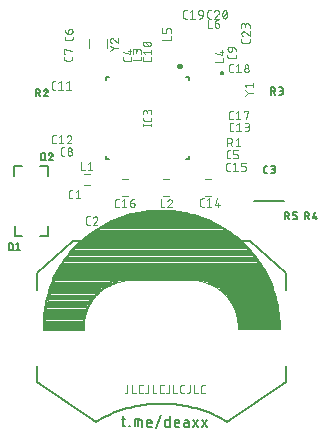
<source format=gbr>
G04 EAGLE Gerber RS-274X export*
G75*
%MOMM*%
%FSLAX34Y34*%
%LPD*%
%INSilkscreen Top*%
%IPPOS*%
%AMOC8*
5,1,8,0,0,1.08239X$1,22.5*%
G01*
%ADD10C,0.076200*%
%ADD11C,0.127000*%
%ADD12C,0.152400*%
%ADD13C,0.203200*%
%ADD14C,0.101600*%
%ADD15C,0.200000*%
%ADD16C,0.254000*%
%ADD17C,0.120000*%
%ADD18C,0.100000*%
%ADD19C,0.050800*%


D10*
X119987Y50509D02*
X119987Y44780D01*
X119985Y44702D01*
X119980Y44624D01*
X119970Y44547D01*
X119957Y44470D01*
X119941Y44394D01*
X119921Y44319D01*
X119897Y44245D01*
X119870Y44172D01*
X119839Y44100D01*
X119805Y44030D01*
X119768Y43962D01*
X119727Y43895D01*
X119683Y43830D01*
X119637Y43768D01*
X119587Y43708D01*
X119535Y43650D01*
X119480Y43595D01*
X119422Y43543D01*
X119362Y43493D01*
X119300Y43447D01*
X119235Y43403D01*
X119169Y43362D01*
X119100Y43325D01*
X119030Y43291D01*
X118958Y43260D01*
X118885Y43233D01*
X118811Y43209D01*
X118736Y43189D01*
X118660Y43173D01*
X118583Y43160D01*
X118506Y43150D01*
X118428Y43145D01*
X118350Y43143D01*
X117532Y43143D01*
X123681Y43143D02*
X123681Y50509D01*
X123681Y43143D02*
X126955Y43143D01*
X131375Y43143D02*
X133012Y43143D01*
X131375Y43143D02*
X131297Y43145D01*
X131219Y43150D01*
X131142Y43160D01*
X131065Y43173D01*
X130989Y43189D01*
X130914Y43209D01*
X130840Y43233D01*
X130767Y43260D01*
X130695Y43291D01*
X130625Y43325D01*
X130557Y43362D01*
X130490Y43403D01*
X130425Y43447D01*
X130363Y43493D01*
X130303Y43543D01*
X130245Y43595D01*
X130190Y43650D01*
X130138Y43708D01*
X130088Y43768D01*
X130042Y43830D01*
X129998Y43895D01*
X129957Y43962D01*
X129920Y44030D01*
X129886Y44100D01*
X129855Y44172D01*
X129828Y44245D01*
X129804Y44319D01*
X129784Y44394D01*
X129768Y44470D01*
X129755Y44547D01*
X129745Y44624D01*
X129740Y44702D01*
X129738Y44780D01*
X129738Y48872D01*
X129740Y48952D01*
X129746Y49032D01*
X129756Y49112D01*
X129769Y49191D01*
X129787Y49270D01*
X129808Y49347D01*
X129834Y49423D01*
X129863Y49498D01*
X129895Y49572D01*
X129931Y49644D01*
X129971Y49714D01*
X130014Y49781D01*
X130060Y49847D01*
X130110Y49910D01*
X130162Y49971D01*
X130217Y50030D01*
X130276Y50085D01*
X130336Y50137D01*
X130400Y50187D01*
X130466Y50233D01*
X130533Y50276D01*
X130603Y50316D01*
X130675Y50352D01*
X130749Y50384D01*
X130823Y50413D01*
X130900Y50439D01*
X130977Y50460D01*
X131056Y50478D01*
X131135Y50491D01*
X131215Y50501D01*
X131295Y50507D01*
X131375Y50509D01*
X133012Y50509D01*
X137543Y50509D02*
X137543Y44780D01*
X137544Y44780D02*
X137542Y44702D01*
X137537Y44624D01*
X137527Y44547D01*
X137514Y44470D01*
X137498Y44394D01*
X137478Y44319D01*
X137454Y44245D01*
X137427Y44172D01*
X137396Y44100D01*
X137362Y44030D01*
X137325Y43962D01*
X137284Y43895D01*
X137240Y43830D01*
X137194Y43768D01*
X137144Y43708D01*
X137092Y43650D01*
X137037Y43595D01*
X136979Y43543D01*
X136919Y43493D01*
X136857Y43447D01*
X136792Y43403D01*
X136726Y43362D01*
X136657Y43325D01*
X136587Y43291D01*
X136515Y43260D01*
X136442Y43233D01*
X136368Y43209D01*
X136293Y43189D01*
X136217Y43173D01*
X136140Y43160D01*
X136063Y43150D01*
X135985Y43145D01*
X135907Y43143D01*
X135088Y43143D01*
X141237Y43143D02*
X141237Y50509D01*
X141237Y43143D02*
X144511Y43143D01*
X148932Y43143D02*
X150568Y43143D01*
X148932Y43143D02*
X148854Y43145D01*
X148776Y43150D01*
X148699Y43160D01*
X148622Y43173D01*
X148546Y43189D01*
X148471Y43209D01*
X148397Y43233D01*
X148324Y43260D01*
X148252Y43291D01*
X148182Y43325D01*
X148114Y43362D01*
X148047Y43403D01*
X147982Y43447D01*
X147920Y43493D01*
X147860Y43543D01*
X147802Y43595D01*
X147747Y43650D01*
X147695Y43708D01*
X147645Y43768D01*
X147599Y43830D01*
X147555Y43895D01*
X147514Y43962D01*
X147477Y44030D01*
X147443Y44100D01*
X147412Y44172D01*
X147385Y44245D01*
X147361Y44319D01*
X147341Y44394D01*
X147325Y44470D01*
X147312Y44547D01*
X147302Y44624D01*
X147297Y44702D01*
X147295Y44780D01*
X147295Y48872D01*
X147297Y48952D01*
X147303Y49032D01*
X147313Y49112D01*
X147326Y49191D01*
X147344Y49270D01*
X147365Y49347D01*
X147391Y49423D01*
X147420Y49498D01*
X147452Y49572D01*
X147488Y49644D01*
X147528Y49714D01*
X147571Y49781D01*
X147617Y49847D01*
X147667Y49910D01*
X147719Y49971D01*
X147774Y50030D01*
X147833Y50085D01*
X147893Y50137D01*
X147957Y50187D01*
X148023Y50233D01*
X148090Y50276D01*
X148160Y50316D01*
X148232Y50352D01*
X148306Y50384D01*
X148380Y50413D01*
X148457Y50439D01*
X148534Y50460D01*
X148613Y50478D01*
X148692Y50491D01*
X148772Y50501D01*
X148852Y50507D01*
X148932Y50509D01*
X150568Y50509D01*
X155100Y50509D02*
X155100Y44780D01*
X155098Y44702D01*
X155093Y44624D01*
X155083Y44547D01*
X155070Y44470D01*
X155054Y44394D01*
X155034Y44319D01*
X155010Y44245D01*
X154983Y44172D01*
X154952Y44100D01*
X154918Y44030D01*
X154881Y43962D01*
X154840Y43895D01*
X154796Y43830D01*
X154750Y43768D01*
X154700Y43708D01*
X154648Y43650D01*
X154593Y43595D01*
X154535Y43543D01*
X154475Y43493D01*
X154413Y43447D01*
X154348Y43403D01*
X154282Y43362D01*
X154213Y43325D01*
X154143Y43291D01*
X154071Y43260D01*
X153998Y43233D01*
X153924Y43209D01*
X153849Y43189D01*
X153773Y43173D01*
X153696Y43160D01*
X153619Y43150D01*
X153541Y43145D01*
X153463Y43143D01*
X152645Y43143D01*
X158794Y43143D02*
X158794Y50509D01*
X158794Y43143D02*
X162068Y43143D01*
X166488Y43143D02*
X168125Y43143D01*
X166488Y43143D02*
X166410Y43145D01*
X166332Y43150D01*
X166255Y43160D01*
X166178Y43173D01*
X166102Y43189D01*
X166027Y43209D01*
X165953Y43233D01*
X165880Y43260D01*
X165808Y43291D01*
X165738Y43325D01*
X165670Y43362D01*
X165603Y43403D01*
X165538Y43447D01*
X165476Y43493D01*
X165416Y43543D01*
X165358Y43595D01*
X165303Y43650D01*
X165251Y43708D01*
X165201Y43768D01*
X165155Y43830D01*
X165111Y43895D01*
X165070Y43962D01*
X165033Y44030D01*
X164999Y44100D01*
X164968Y44172D01*
X164941Y44245D01*
X164917Y44319D01*
X164897Y44394D01*
X164881Y44470D01*
X164868Y44547D01*
X164858Y44624D01*
X164853Y44702D01*
X164851Y44780D01*
X164851Y48872D01*
X164853Y48952D01*
X164859Y49032D01*
X164869Y49112D01*
X164882Y49191D01*
X164900Y49270D01*
X164921Y49347D01*
X164947Y49423D01*
X164976Y49498D01*
X165008Y49572D01*
X165044Y49644D01*
X165084Y49714D01*
X165127Y49781D01*
X165173Y49847D01*
X165223Y49910D01*
X165275Y49971D01*
X165330Y50030D01*
X165389Y50085D01*
X165449Y50137D01*
X165513Y50187D01*
X165579Y50233D01*
X165646Y50276D01*
X165716Y50316D01*
X165788Y50352D01*
X165862Y50384D01*
X165936Y50413D01*
X166013Y50439D01*
X166090Y50460D01*
X166169Y50478D01*
X166248Y50491D01*
X166328Y50501D01*
X166408Y50507D01*
X166488Y50509D01*
X168125Y50509D01*
X172656Y50509D02*
X172656Y44780D01*
X172654Y44702D01*
X172649Y44624D01*
X172639Y44547D01*
X172626Y44470D01*
X172610Y44394D01*
X172590Y44319D01*
X172566Y44245D01*
X172539Y44172D01*
X172508Y44100D01*
X172474Y44030D01*
X172437Y43962D01*
X172396Y43895D01*
X172352Y43830D01*
X172306Y43768D01*
X172256Y43708D01*
X172204Y43650D01*
X172149Y43595D01*
X172091Y43543D01*
X172031Y43493D01*
X171969Y43447D01*
X171904Y43403D01*
X171838Y43362D01*
X171769Y43325D01*
X171699Y43291D01*
X171627Y43260D01*
X171554Y43233D01*
X171480Y43209D01*
X171405Y43189D01*
X171329Y43173D01*
X171252Y43160D01*
X171175Y43150D01*
X171097Y43145D01*
X171019Y43143D01*
X170201Y43143D01*
X176350Y43143D02*
X176350Y50509D01*
X176350Y43143D02*
X179624Y43143D01*
X184044Y43143D02*
X185681Y43143D01*
X184044Y43143D02*
X183966Y43145D01*
X183888Y43150D01*
X183811Y43160D01*
X183734Y43173D01*
X183658Y43189D01*
X183583Y43209D01*
X183509Y43233D01*
X183436Y43260D01*
X183364Y43291D01*
X183294Y43325D01*
X183226Y43362D01*
X183159Y43403D01*
X183094Y43447D01*
X183032Y43493D01*
X182972Y43543D01*
X182914Y43595D01*
X182859Y43650D01*
X182807Y43708D01*
X182757Y43768D01*
X182711Y43830D01*
X182667Y43895D01*
X182626Y43962D01*
X182589Y44030D01*
X182555Y44100D01*
X182524Y44172D01*
X182497Y44245D01*
X182473Y44319D01*
X182453Y44394D01*
X182437Y44470D01*
X182424Y44547D01*
X182414Y44624D01*
X182409Y44702D01*
X182407Y44780D01*
X182407Y48872D01*
X182409Y48952D01*
X182415Y49032D01*
X182425Y49112D01*
X182438Y49191D01*
X182456Y49270D01*
X182477Y49347D01*
X182503Y49423D01*
X182532Y49498D01*
X182564Y49572D01*
X182600Y49644D01*
X182640Y49714D01*
X182683Y49781D01*
X182729Y49847D01*
X182779Y49910D01*
X182831Y49971D01*
X182886Y50030D01*
X182945Y50085D01*
X183005Y50137D01*
X183069Y50187D01*
X183135Y50233D01*
X183202Y50276D01*
X183272Y50316D01*
X183344Y50352D01*
X183418Y50384D01*
X183492Y50413D01*
X183569Y50439D01*
X183646Y50460D01*
X183725Y50478D01*
X183804Y50491D01*
X183884Y50501D01*
X183964Y50507D01*
X184044Y50509D01*
X185681Y50509D01*
D11*
X118244Y21212D02*
X115281Y21233D01*
X116290Y24189D02*
X116238Y16781D01*
X116237Y16781D02*
X116238Y16706D01*
X116244Y16631D01*
X116253Y16557D01*
X116265Y16483D01*
X116282Y16410D01*
X116302Y16337D01*
X116326Y16266D01*
X116353Y16196D01*
X116384Y16128D01*
X116418Y16061D01*
X116456Y15996D01*
X116497Y15933D01*
X116541Y15872D01*
X116588Y15814D01*
X116638Y15757D01*
X116690Y15704D01*
X116746Y15653D01*
X116804Y15605D01*
X116864Y15561D01*
X116926Y15519D01*
X116991Y15480D01*
X117057Y15445D01*
X117125Y15413D01*
X117195Y15385D01*
X117266Y15360D01*
X117338Y15339D01*
X117411Y15321D01*
X117484Y15308D01*
X117559Y15298D01*
X117634Y15291D01*
X117709Y15289D01*
X118203Y15285D01*
X121446Y15263D02*
X121449Y15757D01*
X121943Y15753D01*
X121940Y15259D01*
X121446Y15263D01*
X126044Y15231D02*
X126086Y21157D01*
X130531Y21126D01*
X130530Y21126D02*
X130605Y21124D01*
X130680Y21117D01*
X130755Y21107D01*
X130828Y21094D01*
X130901Y21076D01*
X130974Y21055D01*
X131044Y21030D01*
X131114Y21002D01*
X131182Y20970D01*
X131248Y20935D01*
X131313Y20896D01*
X131375Y20854D01*
X131435Y20810D01*
X131493Y20762D01*
X131549Y20711D01*
X131601Y20658D01*
X131651Y20601D01*
X131698Y20543D01*
X131742Y20482D01*
X131783Y20419D01*
X131821Y20354D01*
X131855Y20287D01*
X131886Y20219D01*
X131913Y20149D01*
X131937Y20078D01*
X131957Y20005D01*
X131974Y19932D01*
X131986Y19858D01*
X131995Y19784D01*
X132001Y19709D01*
X132002Y19634D01*
X131971Y15189D01*
X129008Y15210D02*
X129049Y21136D01*
X137962Y15147D02*
X140432Y15130D01*
X137963Y15147D02*
X137888Y15149D01*
X137813Y15156D01*
X137738Y15166D01*
X137665Y15179D01*
X137592Y15197D01*
X137519Y15218D01*
X137449Y15243D01*
X137379Y15271D01*
X137311Y15303D01*
X137245Y15338D01*
X137180Y15377D01*
X137118Y15419D01*
X137058Y15463D01*
X137000Y15511D01*
X136944Y15562D01*
X136892Y15615D01*
X136842Y15672D01*
X136795Y15730D01*
X136751Y15791D01*
X136710Y15854D01*
X136672Y15919D01*
X136638Y15986D01*
X136607Y16054D01*
X136580Y16124D01*
X136556Y16195D01*
X136536Y16268D01*
X136519Y16341D01*
X136507Y16415D01*
X136498Y16489D01*
X136492Y16564D01*
X136491Y16639D01*
X136508Y19109D01*
X136511Y19197D01*
X136517Y19286D01*
X136528Y19374D01*
X136542Y19461D01*
X136561Y19548D01*
X136583Y19634D01*
X136609Y19719D01*
X136639Y19802D01*
X136672Y19884D01*
X136710Y19965D01*
X136751Y20043D01*
X136795Y20120D01*
X136843Y20195D01*
X136894Y20268D01*
X136948Y20338D01*
X137005Y20405D01*
X137065Y20470D01*
X137128Y20533D01*
X137194Y20592D01*
X137263Y20648D01*
X137334Y20702D01*
X137407Y20752D01*
X137482Y20798D01*
X137560Y20842D01*
X137639Y20881D01*
X137720Y20917D01*
X137803Y20950D01*
X137887Y20979D01*
X137972Y21003D01*
X138058Y21024D01*
X138145Y21042D01*
X138232Y21055D01*
X138321Y21064D01*
X138409Y21070D01*
X138498Y21071D01*
X138586Y21068D01*
X138675Y21062D01*
X138763Y21051D01*
X138850Y21037D01*
X138937Y21018D01*
X139023Y20996D01*
X139108Y20970D01*
X139191Y20940D01*
X139273Y20907D01*
X139354Y20869D01*
X139432Y20828D01*
X139509Y20784D01*
X139584Y20736D01*
X139657Y20685D01*
X139727Y20631D01*
X139794Y20574D01*
X139859Y20514D01*
X139922Y20451D01*
X139981Y20385D01*
X140037Y20316D01*
X140091Y20245D01*
X140141Y20172D01*
X140187Y20097D01*
X140231Y20019D01*
X140270Y19940D01*
X140306Y19859D01*
X140339Y19776D01*
X140368Y19692D01*
X140392Y19607D01*
X140413Y19521D01*
X140431Y19434D01*
X140444Y19347D01*
X140453Y19258D01*
X140459Y19170D01*
X140460Y19081D01*
X140459Y19081D02*
X140452Y18093D01*
X136501Y18121D01*
X144093Y14117D02*
X148120Y24954D01*
X155673Y23914D02*
X155611Y15024D01*
X153141Y15041D01*
X153142Y15041D02*
X153067Y15043D01*
X152992Y15050D01*
X152917Y15060D01*
X152844Y15073D01*
X152771Y15091D01*
X152698Y15112D01*
X152628Y15137D01*
X152558Y15165D01*
X152490Y15197D01*
X152424Y15232D01*
X152359Y15271D01*
X152297Y15313D01*
X152237Y15357D01*
X152179Y15405D01*
X152123Y15456D01*
X152071Y15509D01*
X152021Y15566D01*
X151974Y15624D01*
X151930Y15685D01*
X151889Y15748D01*
X151851Y15813D01*
X151817Y15880D01*
X151786Y15948D01*
X151759Y16018D01*
X151735Y16089D01*
X151715Y16162D01*
X151698Y16235D01*
X151686Y16309D01*
X151677Y16383D01*
X151671Y16458D01*
X151670Y16533D01*
X151691Y19497D01*
X151690Y19496D02*
X151692Y19571D01*
X151699Y19646D01*
X151709Y19721D01*
X151722Y19794D01*
X151740Y19867D01*
X151761Y19940D01*
X151786Y20010D01*
X151814Y20080D01*
X151846Y20148D01*
X151881Y20214D01*
X151920Y20279D01*
X151962Y20341D01*
X152006Y20401D01*
X152054Y20459D01*
X152105Y20515D01*
X152158Y20567D01*
X152215Y20617D01*
X152273Y20664D01*
X152334Y20708D01*
X152397Y20749D01*
X152462Y20787D01*
X152529Y20821D01*
X152597Y20852D01*
X152667Y20879D01*
X152738Y20903D01*
X152811Y20923D01*
X152884Y20940D01*
X152958Y20952D01*
X153032Y20961D01*
X153107Y20967D01*
X153182Y20968D01*
X153183Y20968D02*
X155652Y20951D01*
X161431Y14983D02*
X163900Y14966D01*
X161431Y14983D02*
X161356Y14985D01*
X161281Y14992D01*
X161206Y15002D01*
X161133Y15015D01*
X161060Y15033D01*
X160987Y15054D01*
X160917Y15079D01*
X160847Y15107D01*
X160779Y15139D01*
X160713Y15174D01*
X160648Y15213D01*
X160586Y15255D01*
X160526Y15299D01*
X160468Y15347D01*
X160412Y15398D01*
X160360Y15451D01*
X160310Y15508D01*
X160263Y15566D01*
X160219Y15627D01*
X160178Y15690D01*
X160140Y15755D01*
X160106Y15822D01*
X160075Y15890D01*
X160048Y15960D01*
X160024Y16031D01*
X160004Y16104D01*
X159987Y16177D01*
X159975Y16251D01*
X159966Y16325D01*
X159960Y16400D01*
X159959Y16475D01*
X159960Y16475D02*
X159977Y18945D01*
X159980Y19033D01*
X159986Y19122D01*
X159997Y19210D01*
X160011Y19297D01*
X160030Y19384D01*
X160052Y19470D01*
X160078Y19555D01*
X160108Y19638D01*
X160141Y19720D01*
X160179Y19801D01*
X160220Y19879D01*
X160264Y19956D01*
X160312Y20031D01*
X160363Y20104D01*
X160417Y20174D01*
X160474Y20241D01*
X160534Y20306D01*
X160597Y20369D01*
X160663Y20428D01*
X160732Y20484D01*
X160803Y20538D01*
X160876Y20588D01*
X160951Y20634D01*
X161029Y20678D01*
X161108Y20717D01*
X161189Y20753D01*
X161272Y20786D01*
X161356Y20815D01*
X161441Y20839D01*
X161527Y20860D01*
X161614Y20878D01*
X161701Y20891D01*
X161790Y20900D01*
X161878Y20906D01*
X161967Y20907D01*
X162055Y20904D01*
X162144Y20898D01*
X162232Y20887D01*
X162319Y20873D01*
X162406Y20854D01*
X162492Y20832D01*
X162577Y20806D01*
X162660Y20776D01*
X162742Y20743D01*
X162823Y20705D01*
X162901Y20664D01*
X162978Y20620D01*
X163053Y20572D01*
X163126Y20521D01*
X163196Y20467D01*
X163263Y20410D01*
X163328Y20350D01*
X163391Y20287D01*
X163450Y20221D01*
X163506Y20152D01*
X163560Y20081D01*
X163610Y20008D01*
X163656Y19933D01*
X163700Y19855D01*
X163739Y19776D01*
X163775Y19695D01*
X163808Y19612D01*
X163837Y19528D01*
X163861Y19443D01*
X163882Y19357D01*
X163900Y19270D01*
X163913Y19183D01*
X163922Y19094D01*
X163928Y19006D01*
X163929Y18917D01*
X163928Y18917D02*
X163921Y17929D01*
X159970Y17957D01*
X169566Y18384D02*
X171789Y18368D01*
X169566Y18384D02*
X169484Y18383D01*
X169402Y18377D01*
X169320Y18368D01*
X169239Y18355D01*
X169158Y18338D01*
X169078Y18317D01*
X169000Y18293D01*
X168923Y18265D01*
X168847Y18233D01*
X168772Y18197D01*
X168700Y18158D01*
X168629Y18116D01*
X168561Y18070D01*
X168495Y18022D01*
X168431Y17970D01*
X168370Y17915D01*
X168311Y17857D01*
X168255Y17796D01*
X168202Y17733D01*
X168153Y17668D01*
X168106Y17600D01*
X168063Y17530D01*
X168023Y17458D01*
X167986Y17384D01*
X167953Y17309D01*
X167924Y17232D01*
X167898Y17154D01*
X167877Y17074D01*
X167859Y16994D01*
X167844Y16913D01*
X167834Y16831D01*
X167828Y16749D01*
X167825Y16667D01*
X167826Y16585D01*
X167832Y16503D01*
X167841Y16421D01*
X167854Y16340D01*
X167871Y16259D01*
X167892Y16179D01*
X167916Y16101D01*
X167944Y16024D01*
X167976Y15948D01*
X168012Y15873D01*
X168051Y15801D01*
X168093Y15730D01*
X168139Y15662D01*
X168187Y15596D01*
X168239Y15532D01*
X168294Y15471D01*
X168352Y15412D01*
X168413Y15356D01*
X168476Y15303D01*
X168541Y15254D01*
X168609Y15207D01*
X168679Y15164D01*
X168751Y15124D01*
X168825Y15087D01*
X168900Y15054D01*
X168977Y15025D01*
X169055Y14999D01*
X169135Y14978D01*
X169215Y14960D01*
X169296Y14945D01*
X169378Y14935D01*
X169460Y14929D01*
X169542Y14926D01*
X169542Y14927D02*
X171765Y14911D01*
X171796Y19356D01*
X171796Y19357D02*
X171795Y19432D01*
X171789Y19507D01*
X171780Y19581D01*
X171768Y19655D01*
X171751Y19728D01*
X171731Y19801D01*
X171707Y19872D01*
X171680Y19942D01*
X171649Y20010D01*
X171615Y20077D01*
X171577Y20142D01*
X171536Y20205D01*
X171492Y20266D01*
X171445Y20324D01*
X171395Y20381D01*
X171343Y20434D01*
X171287Y20485D01*
X171229Y20533D01*
X171169Y20577D01*
X171107Y20619D01*
X171042Y20658D01*
X170976Y20693D01*
X170908Y20725D01*
X170838Y20753D01*
X170768Y20778D01*
X170695Y20799D01*
X170622Y20817D01*
X170549Y20830D01*
X170474Y20840D01*
X170399Y20847D01*
X170324Y20849D01*
X170324Y20848D02*
X168349Y20862D01*
X175799Y14883D02*
X179791Y20782D01*
X175840Y20810D02*
X179750Y14856D01*
X183114Y14832D02*
X187106Y20731D01*
X183155Y20759D02*
X187064Y14804D01*
D12*
X240000Y140000D02*
X57000Y140000D01*
X58000Y141000D01*
X239000Y142000D02*
X240000Y140000D01*
X238999Y142000D02*
X237873Y144186D01*
X236693Y146345D01*
X235462Y148474D01*
X234178Y150573D01*
X232845Y152639D01*
X231461Y154673D01*
X230029Y156673D01*
X228548Y158637D01*
X227020Y160565D01*
X225446Y162455D01*
X223826Y164306D01*
X222162Y166117D01*
X220454Y167887D01*
X218703Y169615D01*
X216911Y171300D01*
X215079Y172941D01*
X213207Y174537D01*
X211298Y176087D01*
X209350Y177591D01*
X207368Y179046D01*
X205350Y180453D01*
X203298Y181810D01*
X201215Y183117D01*
X199100Y184373D01*
X196955Y185578D01*
X194781Y186729D01*
X192581Y187828D01*
X190354Y188873D01*
X188102Y189863D01*
X185827Y190799D01*
X183530Y191678D01*
X181213Y192502D01*
X178875Y193269D01*
X176520Y193979D01*
X174149Y194632D01*
X171762Y195227D01*
X169361Y195763D01*
X166949Y196242D01*
X164525Y196661D01*
X162092Y197021D01*
X159650Y197322D01*
X157202Y197564D01*
X154749Y197746D01*
X152293Y197868D01*
X149834Y197931D01*
X147374Y197934D01*
X144915Y197877D01*
X142458Y197760D01*
X140004Y197584D01*
X137556Y197348D01*
X135114Y197053D01*
X132680Y196698D01*
X130255Y196284D01*
X127841Y195812D01*
X125440Y195281D01*
X123051Y194692D01*
X120678Y194044D01*
X118322Y193340D01*
X115983Y192578D01*
X113663Y191760D01*
X111364Y190885D01*
X109087Y189955D01*
X106833Y188970D01*
X104604Y187931D01*
X102400Y186837D01*
X100224Y185690D01*
X98077Y184491D01*
X95959Y183240D01*
X93872Y181938D01*
X91817Y180585D01*
X89796Y179183D01*
X87810Y177732D01*
X85860Y176234D01*
X83946Y174688D01*
X82071Y173096D01*
X80235Y171460D01*
X78439Y169779D01*
X76684Y168055D01*
X74972Y166288D01*
X73304Y164481D01*
X71680Y162634D01*
X70101Y160748D01*
X68568Y158823D01*
X67083Y156863D01*
X65646Y154866D01*
X64258Y152836D01*
X62919Y150772D01*
X61631Y148677D01*
X60395Y146550D01*
X59210Y144394D01*
X58078Y142210D01*
X57000Y140000D01*
X59000Y141000D02*
X238000Y141000D01*
X238000Y142000D02*
X59000Y142000D01*
X237000Y143000D02*
X238000Y142000D01*
X237000Y143000D02*
X237000Y144000D01*
X237000Y143000D02*
X59000Y143000D01*
X61000Y145000D01*
X61000Y144000D01*
X237000Y144000D01*
X236000Y145000D01*
X61000Y145000D01*
X62000Y146000D01*
X236000Y146000D01*
X236000Y147000D01*
X62000Y147000D01*
X63000Y148000D01*
X235000Y148000D01*
X63000Y149000D02*
X63000Y150000D01*
X64000Y149000D01*
X234000Y149000D01*
D13*
X233000Y150000D02*
X64000Y150000D01*
X233000Y150000D02*
X233000Y151000D01*
X65000Y151000D01*
X67000Y153000D01*
X232000Y153000D01*
X230000Y155000D01*
X66000Y155000D01*
X67000Y154000D02*
X65000Y152000D01*
X68000Y156000D02*
X69000Y157000D01*
X229000Y157000D01*
X230000Y156000D01*
X228000Y158000D02*
X70000Y158000D01*
X226000Y160000D02*
X228000Y158000D01*
X226000Y160000D02*
X71000Y160000D01*
X72000Y161000D01*
X72000Y162000D01*
X225000Y162000D01*
X224000Y163000D01*
X74000Y163000D01*
X75000Y164000D01*
X223000Y164000D01*
X221000Y166000D01*
X76000Y166000D01*
X75000Y165000D01*
X76000Y166000D02*
X77000Y167000D01*
X220000Y167000D01*
X218000Y169000D01*
X79000Y169000D01*
X80000Y170000D01*
X217000Y170000D01*
X216000Y171000D02*
X81000Y171000D01*
X215000Y172000D02*
X216000Y171000D01*
X215000Y172000D02*
X83000Y172000D01*
X84000Y173000D01*
X84000Y174000D01*
X213000Y174000D01*
X214000Y173000D01*
X213000Y174000D02*
X211000Y176000D01*
X88000Y176000D01*
X86000Y176000D01*
X88000Y176000D02*
X89000Y177000D01*
X209000Y177000D01*
X208000Y178000D01*
X90000Y178000D01*
X91000Y179000D01*
X206000Y179000D01*
X205000Y180000D01*
X94000Y180000D01*
X93000Y180000D01*
X94000Y180000D02*
X95000Y181000D01*
X203000Y181000D01*
X201000Y183000D01*
X97000Y183000D01*
X96000Y182000D01*
X97000Y183000D02*
X98000Y184000D01*
X101000Y184000D01*
X198000Y184000D01*
X197000Y185000D01*
X195000Y185000D01*
X102000Y185000D01*
X101000Y184000D01*
X102000Y185000D02*
X103000Y186000D01*
X104000Y186000D01*
X194000Y186000D01*
X195000Y185000D01*
X194000Y186000D02*
X193000Y187000D01*
X105000Y187000D01*
X104000Y186000D01*
X105000Y187000D02*
X106000Y188000D01*
X190000Y188000D01*
X189000Y189000D01*
X109000Y189000D01*
X110000Y190000D01*
X185000Y190000D01*
X184000Y191000D01*
X115000Y191000D01*
X116000Y192000D01*
X120000Y192000D01*
X179000Y192000D01*
X178000Y193000D01*
X174000Y193000D01*
X121000Y193000D01*
X120000Y192000D01*
X121000Y193000D02*
X122000Y194000D01*
X129000Y194000D01*
X173000Y194000D02*
X174000Y193000D01*
X173000Y194000D02*
X129000Y194000D01*
X128000Y195000D01*
X170000Y195000D01*
X83000Y97000D02*
X50000Y97000D01*
X50000Y99000D02*
X83000Y99000D01*
X50000Y99000D02*
X50000Y100000D01*
X83000Y100000D01*
X83000Y101000D01*
X50000Y101000D01*
X50000Y102000D01*
X83000Y102000D01*
X83000Y104000D01*
X50000Y104000D01*
X50000Y106000D01*
X83000Y106000D01*
X83000Y107000D01*
X50000Y107000D01*
X83000Y102000D02*
X83000Y99000D01*
X83000Y97000D01*
X83000Y99000D02*
X83012Y99992D01*
X83049Y100984D01*
X83109Y101974D01*
X83194Y102962D01*
X83303Y103949D01*
X83437Y104932D01*
X83594Y105911D01*
X83775Y106887D01*
X83980Y107858D01*
X84209Y108823D01*
X84461Y109783D01*
X84737Y110736D01*
X85036Y111682D01*
X85358Y112620D01*
X85703Y113551D01*
X86070Y114472D01*
X86460Y115385D01*
X86873Y116287D01*
X87307Y117179D01*
X87763Y118060D01*
X88240Y118930D01*
X88739Y119788D01*
X89258Y120633D01*
X89798Y121466D01*
X90358Y122285D01*
X90938Y123090D01*
X91538Y123880D01*
X92156Y124656D01*
X92794Y125416D01*
X93450Y126160D01*
X94124Y126888D01*
X94816Y127600D01*
X95524Y128294D01*
X96250Y128971D01*
X96992Y129629D01*
X97750Y130270D01*
X98523Y130891D01*
X99312Y131494D01*
X100114Y132077D01*
X100931Y132640D01*
X101762Y133183D01*
X102605Y133706D01*
X103461Y134207D01*
X104329Y134688D01*
X105209Y135147D01*
X106099Y135585D01*
X107000Y136000D01*
X107000Y136001D02*
X108235Y136537D01*
X109480Y137050D01*
X110736Y137538D01*
X112000Y138001D01*
X83000Y108000D02*
X50000Y108000D01*
X83000Y108000D02*
X83000Y110000D01*
X51000Y110000D01*
X50000Y109000D01*
X51000Y110000D02*
X52000Y111000D01*
X84000Y111000D01*
X52000Y111000D02*
X50000Y111000D01*
X51000Y112000D01*
X51000Y113000D01*
X85000Y113000D01*
X85000Y114000D01*
X51000Y114000D01*
X51000Y116000D01*
X85000Y116000D01*
X86000Y117000D01*
X52000Y117000D01*
X51000Y118000D01*
X52000Y119000D01*
X87000Y119000D01*
X88000Y120000D01*
X52000Y120000D01*
X53000Y121000D01*
X88000Y121000D01*
X88000Y122000D01*
X89000Y123000D01*
X90000Y123000D01*
X89000Y123000D02*
X54000Y123000D01*
X53000Y122000D01*
X54000Y123000D02*
X54000Y124000D01*
X53000Y124000D01*
X54000Y125000D01*
X91000Y125000D01*
X92000Y126000D01*
X54000Y126000D01*
X54000Y128000D01*
X92000Y128000D01*
X93000Y127000D01*
X94000Y128000D01*
X94000Y129000D01*
X54000Y129000D01*
X55000Y130000D01*
X55000Y131000D01*
X94000Y131000D01*
X95000Y130000D01*
X96000Y131000D01*
X98000Y131000D01*
X97000Y132000D01*
X55000Y132000D01*
X56000Y133000D01*
X100000Y133000D01*
X101000Y134000D01*
X56000Y134000D01*
X57000Y135000D01*
X103000Y135000D01*
X104000Y136000D01*
X57000Y136000D01*
X58000Y137000D01*
X59000Y136000D01*
X107000Y136000D01*
X107000Y137000D01*
X58000Y137000D01*
X58000Y138000D01*
X59000Y139000D01*
X107000Y139000D01*
X106000Y138000D02*
X111000Y138000D01*
X107000Y139000D02*
X106000Y138000D01*
X107000Y139000D02*
X112000Y139000D01*
X113000Y139000D01*
X112000Y139000D02*
X111000Y138000D01*
X113000Y139000D02*
X115000Y139000D01*
D14*
X113000Y139000D02*
X119000Y139000D01*
X106000Y135000D02*
X104000Y134000D01*
X106000Y135000D02*
X106878Y135426D01*
X107766Y135831D01*
X108663Y136215D01*
X109569Y136578D01*
X110483Y136920D01*
X111405Y137240D01*
X112335Y137538D01*
X113271Y137814D01*
X114213Y138068D01*
X115161Y138299D01*
X116114Y138508D01*
X117072Y138695D01*
X118034Y138859D01*
X119000Y139000D01*
X179000Y139000D01*
X184000Y139000D01*
X179000Y139000D02*
X179997Y138829D01*
X180990Y138634D01*
X181977Y138414D01*
X182959Y138171D01*
X183935Y137904D01*
X184903Y137613D01*
X185865Y137299D01*
X186818Y136961D01*
X187763Y136601D01*
X188699Y136217D01*
X189626Y135811D01*
X190542Y135382D01*
X191447Y134931D01*
X192341Y134458D01*
X193224Y133963D01*
X194094Y133447D01*
X194951Y132911D01*
X195795Y132353D01*
X196625Y131775D01*
X197440Y131177D01*
X198241Y130559D01*
X199027Y129922D01*
X199797Y129266D01*
X200550Y128591D01*
X201287Y127898D01*
X202007Y127187D01*
X202710Y126460D01*
X203394Y125715D01*
X204060Y124953D01*
X204707Y124176D01*
X205336Y123383D01*
X205944Y122576D01*
X206533Y121753D01*
X207102Y120917D01*
X207650Y120066D01*
X208177Y119203D01*
X208683Y118327D01*
X209167Y117439D01*
X209630Y116540D01*
X210071Y115629D01*
X210489Y114708D01*
X210885Y113778D01*
X211258Y112837D01*
X211608Y111888D01*
X211935Y110931D01*
X212238Y109966D01*
X212518Y108994D01*
X212774Y108016D01*
X213006Y107031D01*
X213214Y106041D01*
X213398Y105046D01*
X213557Y104048D01*
X213692Y103045D01*
X213803Y102040D01*
X213889Y101032D01*
X213951Y100022D01*
X213988Y99011D01*
X214000Y98000D01*
X249000Y98000D01*
D13*
X240000Y139000D02*
X184000Y139000D01*
X240000Y139000D02*
X240000Y137000D01*
X239000Y138000D01*
X188000Y138000D01*
X186000Y138000D01*
X188000Y138000D02*
X189000Y137000D01*
X240000Y137000D01*
X241000Y136000D01*
X241000Y135000D01*
D15*
X241000Y136000D02*
X191000Y136000D01*
X241000Y135000D02*
X242000Y134000D01*
X241000Y135000D02*
X194000Y135000D01*
X193000Y135000D01*
X194000Y135000D02*
X196000Y133000D01*
X242000Y133000D01*
X243000Y132000D01*
X198000Y132000D01*
X199000Y131000D01*
X243000Y131000D01*
X243000Y130000D01*
X200000Y130000D01*
X201000Y129000D01*
X244000Y129000D01*
X244000Y128000D01*
X202000Y128000D01*
X203000Y127000D01*
X204000Y127000D01*
X244000Y127000D01*
X244000Y126000D01*
X205000Y126000D01*
X204000Y127000D01*
X205000Y126000D02*
X205000Y125000D01*
X244000Y125000D01*
X245000Y124000D01*
X245000Y123000D01*
X207000Y123000D01*
X206000Y124000D01*
X207000Y123000D02*
X208000Y122000D01*
X245000Y122000D01*
X245000Y121000D01*
X208000Y121000D01*
X209000Y120000D01*
X246000Y120000D01*
X246000Y119000D01*
X209000Y119000D01*
X210000Y118000D01*
X246000Y118000D01*
X246000Y117000D01*
X210000Y117000D01*
X211000Y116000D01*
X247000Y116000D01*
X247000Y115000D01*
X211000Y115000D01*
X212000Y114000D01*
X247000Y114000D01*
X247000Y113000D01*
X212000Y113000D01*
X212000Y112000D02*
X247000Y112000D01*
X247000Y111000D01*
X213000Y111000D01*
X213000Y110000D01*
X247000Y110000D01*
X248000Y109000D01*
X213000Y109000D01*
X214000Y108000D01*
X214000Y107000D01*
X247000Y107000D01*
X248000Y108000D01*
X248000Y106000D01*
X214000Y106000D01*
X214000Y104000D01*
X215000Y105000D02*
X248000Y105000D01*
X215000Y105000D02*
X215000Y103000D01*
X216000Y104000D01*
X248000Y104000D01*
X248000Y103000D01*
X215000Y103000D01*
X248000Y103000D02*
X248000Y101000D01*
X216000Y101000D01*
X215000Y102000D01*
X215000Y101000D01*
X216000Y101000D01*
X248000Y101000D02*
X248000Y100000D01*
X216000Y100000D01*
X215000Y101000D01*
X215000Y99000D01*
X249000Y99000D01*
X48945Y98338D02*
X48945Y96785D01*
X48945Y98338D02*
X48975Y100846D01*
X49065Y103352D01*
X49215Y105855D01*
X49426Y108354D01*
X49696Y110847D01*
X50026Y113333D01*
X50415Y115811D01*
X50863Y118278D01*
X51371Y120734D01*
X51937Y123177D01*
X52562Y125606D01*
X53245Y128019D01*
X53985Y130415D01*
X54783Y132792D01*
X55637Y135150D01*
X56548Y137487D01*
X57515Y139801D01*
X248833Y99755D02*
X248833Y98437D01*
X248833Y99755D02*
X248806Y102020D01*
X248726Y104283D01*
X248592Y106544D01*
X248405Y108801D01*
X248165Y111053D01*
X247872Y113299D01*
X247525Y115537D01*
X247126Y117766D01*
X246675Y119985D01*
X246171Y122193D01*
X245615Y124389D01*
X245007Y126571D01*
X244348Y128737D01*
X243638Y130888D01*
X242878Y133021D01*
X242067Y135136D01*
X241207Y137231D01*
X240297Y139305D01*
X239339Y141357D01*
X238332Y143386D01*
X237278Y145390D01*
X236176Y147369D01*
X235029Y149322D01*
X233835Y151246D01*
X232597Y153143D01*
X162534Y196663D02*
X148291Y196663D01*
X162534Y196663D02*
X162833Y196363D01*
X146777Y196212D02*
X133578Y196212D01*
X146777Y196212D02*
X147193Y196628D01*
D12*
X169270Y311423D02*
X171810Y311423D01*
X171810Y308883D01*
X104246Y311423D02*
X101706Y311423D01*
X101706Y308883D01*
X169270Y241319D02*
X171810Y241319D01*
X171810Y243859D01*
X104246Y241319D02*
X101706Y241319D01*
X101706Y243859D01*
D16*
X164190Y319297D02*
X164124Y319299D01*
X164057Y319305D01*
X163992Y319314D01*
X163926Y319328D01*
X163862Y319345D01*
X163799Y319366D01*
X163737Y319390D01*
X163677Y319419D01*
X163619Y319450D01*
X163562Y319485D01*
X163507Y319523D01*
X163455Y319564D01*
X163406Y319609D01*
X163359Y319656D01*
X163314Y319705D01*
X163273Y319757D01*
X163235Y319812D01*
X163200Y319869D01*
X163169Y319927D01*
X163140Y319987D01*
X163116Y320049D01*
X163095Y320112D01*
X163078Y320176D01*
X163064Y320242D01*
X163055Y320307D01*
X163049Y320374D01*
X163047Y320440D01*
X163049Y320506D01*
X163055Y320573D01*
X163064Y320638D01*
X163078Y320704D01*
X163095Y320768D01*
X163116Y320831D01*
X163140Y320893D01*
X163169Y320953D01*
X163200Y321012D01*
X163235Y321068D01*
X163273Y321123D01*
X163314Y321175D01*
X163359Y321224D01*
X163406Y321271D01*
X163455Y321316D01*
X163507Y321357D01*
X163562Y321395D01*
X163619Y321430D01*
X163677Y321461D01*
X163737Y321490D01*
X163799Y321514D01*
X163862Y321535D01*
X163926Y321552D01*
X163992Y321566D01*
X164057Y321575D01*
X164124Y321581D01*
X164190Y321583D01*
X164256Y321581D01*
X164323Y321575D01*
X164388Y321566D01*
X164454Y321552D01*
X164518Y321535D01*
X164581Y321514D01*
X164643Y321490D01*
X164703Y321461D01*
X164762Y321430D01*
X164818Y321395D01*
X164873Y321357D01*
X164925Y321316D01*
X164974Y321271D01*
X165021Y321224D01*
X165066Y321175D01*
X165107Y321123D01*
X165145Y321068D01*
X165180Y321012D01*
X165211Y320953D01*
X165240Y320893D01*
X165264Y320831D01*
X165285Y320768D01*
X165302Y320704D01*
X165316Y320638D01*
X165325Y320573D01*
X165331Y320506D01*
X165333Y320440D01*
X165331Y320374D01*
X165325Y320307D01*
X165316Y320242D01*
X165302Y320176D01*
X165285Y320112D01*
X165264Y320049D01*
X165240Y319987D01*
X165211Y319927D01*
X165180Y319869D01*
X165145Y319812D01*
X165107Y319757D01*
X165066Y319705D01*
X165021Y319656D01*
X164974Y319609D01*
X164925Y319564D01*
X164873Y319523D01*
X164818Y319485D01*
X164762Y319450D01*
X164703Y319419D01*
X164643Y319390D01*
X164581Y319366D01*
X164518Y319345D01*
X164454Y319328D01*
X164388Y319314D01*
X164323Y319305D01*
X164256Y319299D01*
X164190Y319297D01*
D10*
X140187Y270199D02*
X133329Y270199D01*
X140187Y269437D02*
X140187Y270961D01*
X133329Y270961D02*
X133329Y269437D01*
X140187Y275282D02*
X140187Y276806D01*
X140187Y275282D02*
X140185Y275205D01*
X140179Y275128D01*
X140169Y275051D01*
X140156Y274975D01*
X140138Y274900D01*
X140117Y274826D01*
X140092Y274753D01*
X140063Y274681D01*
X140031Y274611D01*
X139996Y274542D01*
X139956Y274476D01*
X139914Y274411D01*
X139868Y274349D01*
X139819Y274289D01*
X139768Y274232D01*
X139713Y274177D01*
X139656Y274126D01*
X139596Y274077D01*
X139534Y274031D01*
X139469Y273989D01*
X139403Y273949D01*
X139334Y273914D01*
X139264Y273882D01*
X139192Y273853D01*
X139119Y273828D01*
X139045Y273807D01*
X138970Y273789D01*
X138894Y273776D01*
X138817Y273766D01*
X138740Y273760D01*
X138663Y273758D01*
X134853Y273758D01*
X134776Y273760D01*
X134699Y273766D01*
X134622Y273776D01*
X134546Y273789D01*
X134471Y273807D01*
X134397Y273828D01*
X134324Y273853D01*
X134252Y273882D01*
X134182Y273914D01*
X134113Y273949D01*
X134047Y273989D01*
X133982Y274031D01*
X133920Y274077D01*
X133860Y274126D01*
X133803Y274177D01*
X133748Y274232D01*
X133697Y274289D01*
X133648Y274349D01*
X133602Y274411D01*
X133560Y274476D01*
X133520Y274542D01*
X133485Y274611D01*
X133453Y274681D01*
X133424Y274753D01*
X133399Y274826D01*
X133378Y274900D01*
X133360Y274975D01*
X133347Y275051D01*
X133337Y275128D01*
X133331Y275205D01*
X133329Y275282D01*
X133329Y276806D01*
X140187Y279495D02*
X140187Y281400D01*
X140185Y281485D01*
X140179Y281571D01*
X140170Y281656D01*
X140156Y281740D01*
X140139Y281824D01*
X140118Y281907D01*
X140094Y281989D01*
X140066Y282069D01*
X140034Y282149D01*
X139998Y282227D01*
X139960Y282303D01*
X139917Y282377D01*
X139872Y282449D01*
X139823Y282520D01*
X139771Y282588D01*
X139717Y282653D01*
X139659Y282716D01*
X139598Y282777D01*
X139535Y282835D01*
X139470Y282889D01*
X139402Y282941D01*
X139331Y282990D01*
X139259Y283035D01*
X139185Y283078D01*
X139109Y283116D01*
X139031Y283152D01*
X138951Y283184D01*
X138871Y283212D01*
X138789Y283236D01*
X138706Y283257D01*
X138622Y283274D01*
X138538Y283288D01*
X138453Y283297D01*
X138367Y283303D01*
X138282Y283305D01*
X138197Y283303D01*
X138111Y283297D01*
X138026Y283288D01*
X137942Y283274D01*
X137858Y283257D01*
X137775Y283236D01*
X137693Y283212D01*
X137613Y283184D01*
X137533Y283152D01*
X137455Y283116D01*
X137379Y283078D01*
X137305Y283035D01*
X137233Y282990D01*
X137162Y282941D01*
X137094Y282889D01*
X137029Y282835D01*
X136966Y282777D01*
X136905Y282716D01*
X136847Y282653D01*
X136793Y282588D01*
X136741Y282520D01*
X136692Y282449D01*
X136647Y282377D01*
X136604Y282303D01*
X136566Y282227D01*
X136530Y282149D01*
X136498Y282069D01*
X136470Y281989D01*
X136446Y281907D01*
X136425Y281824D01*
X136408Y281740D01*
X136394Y281656D01*
X136385Y281571D01*
X136379Y281485D01*
X136377Y281400D01*
X133329Y281781D02*
X133329Y279495D01*
X133329Y281781D02*
X133331Y281858D01*
X133337Y281935D01*
X133347Y282012D01*
X133360Y282088D01*
X133378Y282163D01*
X133399Y282237D01*
X133424Y282310D01*
X133453Y282382D01*
X133485Y282452D01*
X133520Y282521D01*
X133560Y282587D01*
X133602Y282652D01*
X133648Y282714D01*
X133697Y282774D01*
X133748Y282831D01*
X133803Y282886D01*
X133860Y282937D01*
X133920Y282986D01*
X133982Y283032D01*
X134047Y283074D01*
X134113Y283114D01*
X134182Y283149D01*
X134252Y283181D01*
X134324Y283210D01*
X134397Y283235D01*
X134471Y283256D01*
X134546Y283274D01*
X134622Y283287D01*
X134699Y283297D01*
X134776Y283303D01*
X134853Y283305D01*
X134930Y283303D01*
X135007Y283297D01*
X135084Y283287D01*
X135160Y283274D01*
X135235Y283256D01*
X135309Y283235D01*
X135382Y283210D01*
X135454Y283181D01*
X135524Y283149D01*
X135593Y283114D01*
X135659Y283074D01*
X135724Y283032D01*
X135786Y282986D01*
X135846Y282937D01*
X135903Y282886D01*
X135958Y282831D01*
X136009Y282774D01*
X136058Y282714D01*
X136104Y282652D01*
X136146Y282587D01*
X136186Y282521D01*
X136221Y282452D01*
X136253Y282382D01*
X136282Y282310D01*
X136307Y282237D01*
X136328Y282163D01*
X136346Y282088D01*
X136359Y282012D01*
X136369Y281935D01*
X136375Y281858D01*
X136377Y281781D01*
X136377Y280257D01*
X73444Y208515D02*
X71920Y208515D01*
X71843Y208517D01*
X71766Y208523D01*
X71689Y208533D01*
X71613Y208546D01*
X71538Y208564D01*
X71464Y208585D01*
X71391Y208610D01*
X71319Y208639D01*
X71249Y208671D01*
X71180Y208706D01*
X71114Y208746D01*
X71049Y208788D01*
X70987Y208834D01*
X70927Y208883D01*
X70870Y208934D01*
X70815Y208989D01*
X70764Y209046D01*
X70715Y209106D01*
X70669Y209168D01*
X70627Y209233D01*
X70587Y209299D01*
X70552Y209368D01*
X70520Y209438D01*
X70491Y209510D01*
X70466Y209583D01*
X70445Y209657D01*
X70427Y209732D01*
X70414Y209808D01*
X70404Y209885D01*
X70398Y209962D01*
X70396Y210039D01*
X70396Y213849D01*
X70398Y213926D01*
X70404Y214003D01*
X70414Y214080D01*
X70427Y214156D01*
X70445Y214231D01*
X70466Y214305D01*
X70491Y214378D01*
X70520Y214450D01*
X70552Y214520D01*
X70587Y214589D01*
X70627Y214655D01*
X70669Y214720D01*
X70715Y214782D01*
X70764Y214842D01*
X70815Y214899D01*
X70870Y214954D01*
X70927Y215005D01*
X70987Y215054D01*
X71049Y215100D01*
X71114Y215142D01*
X71180Y215182D01*
X71249Y215217D01*
X71319Y215249D01*
X71391Y215278D01*
X71464Y215303D01*
X71538Y215324D01*
X71613Y215342D01*
X71689Y215355D01*
X71766Y215365D01*
X71843Y215371D01*
X71920Y215373D01*
X73444Y215373D01*
X76134Y213849D02*
X78039Y215373D01*
X78039Y208515D01*
X76134Y208515D02*
X79944Y208515D01*
X86379Y186177D02*
X87903Y186177D01*
X86379Y186177D02*
X86302Y186179D01*
X86225Y186185D01*
X86148Y186195D01*
X86072Y186208D01*
X85997Y186226D01*
X85923Y186247D01*
X85850Y186272D01*
X85778Y186301D01*
X85708Y186333D01*
X85639Y186368D01*
X85573Y186408D01*
X85508Y186450D01*
X85446Y186496D01*
X85386Y186545D01*
X85329Y186596D01*
X85274Y186651D01*
X85223Y186708D01*
X85174Y186768D01*
X85128Y186830D01*
X85086Y186895D01*
X85046Y186961D01*
X85011Y187030D01*
X84979Y187100D01*
X84950Y187172D01*
X84925Y187245D01*
X84904Y187319D01*
X84886Y187394D01*
X84873Y187470D01*
X84863Y187547D01*
X84857Y187624D01*
X84855Y187701D01*
X84855Y191511D01*
X84857Y191588D01*
X84863Y191665D01*
X84873Y191742D01*
X84886Y191818D01*
X84904Y191893D01*
X84925Y191967D01*
X84950Y192040D01*
X84979Y192112D01*
X85011Y192182D01*
X85046Y192251D01*
X85086Y192317D01*
X85128Y192382D01*
X85174Y192444D01*
X85223Y192504D01*
X85274Y192561D01*
X85329Y192616D01*
X85386Y192667D01*
X85446Y192716D01*
X85508Y192762D01*
X85573Y192804D01*
X85639Y192844D01*
X85708Y192879D01*
X85778Y192911D01*
X85850Y192940D01*
X85923Y192965D01*
X85997Y192986D01*
X86072Y193004D01*
X86148Y193017D01*
X86225Y193027D01*
X86302Y193033D01*
X86379Y193035D01*
X87903Y193035D01*
X92687Y193035D02*
X92769Y193033D01*
X92850Y193027D01*
X92931Y193018D01*
X93012Y193004D01*
X93091Y192987D01*
X93170Y192966D01*
X93248Y192941D01*
X93324Y192912D01*
X93399Y192880D01*
X93473Y192844D01*
X93545Y192805D01*
X93614Y192763D01*
X93682Y192717D01*
X93747Y192668D01*
X93810Y192616D01*
X93870Y192561D01*
X93928Y192503D01*
X93983Y192443D01*
X94035Y192380D01*
X94084Y192315D01*
X94130Y192247D01*
X94172Y192178D01*
X94211Y192106D01*
X94247Y192032D01*
X94279Y191957D01*
X94308Y191881D01*
X94333Y191803D01*
X94354Y191724D01*
X94371Y191645D01*
X94385Y191564D01*
X94394Y191483D01*
X94400Y191402D01*
X94402Y191320D01*
X92687Y193035D02*
X92595Y193033D01*
X92503Y193027D01*
X92411Y193018D01*
X92319Y193004D01*
X92229Y192987D01*
X92139Y192966D01*
X92050Y192941D01*
X91962Y192912D01*
X91875Y192880D01*
X91790Y192844D01*
X91707Y192805D01*
X91625Y192762D01*
X91545Y192716D01*
X91467Y192666D01*
X91391Y192614D01*
X91318Y192558D01*
X91247Y192499D01*
X91178Y192437D01*
X91112Y192372D01*
X91049Y192305D01*
X90989Y192235D01*
X90931Y192163D01*
X90877Y192088D01*
X90826Y192011D01*
X90778Y191932D01*
X90734Y191851D01*
X90693Y191768D01*
X90655Y191684D01*
X90621Y191598D01*
X90591Y191511D01*
X93830Y189986D02*
X93889Y190045D01*
X93945Y190106D01*
X93998Y190169D01*
X94049Y190235D01*
X94096Y190303D01*
X94140Y190373D01*
X94181Y190445D01*
X94219Y190519D01*
X94253Y190594D01*
X94284Y190671D01*
X94311Y190749D01*
X94335Y190829D01*
X94356Y190909D01*
X94372Y190990D01*
X94385Y191072D01*
X94395Y191154D01*
X94400Y191237D01*
X94402Y191320D01*
X93830Y189987D02*
X90592Y186177D01*
X94402Y186177D01*
X204671Y252385D02*
X204671Y259243D01*
X206576Y259243D01*
X206661Y259241D01*
X206747Y259235D01*
X206832Y259226D01*
X206916Y259212D01*
X207000Y259195D01*
X207083Y259174D01*
X207165Y259150D01*
X207245Y259122D01*
X207325Y259090D01*
X207403Y259054D01*
X207479Y259016D01*
X207553Y258973D01*
X207625Y258928D01*
X207696Y258879D01*
X207764Y258827D01*
X207829Y258773D01*
X207892Y258715D01*
X207953Y258654D01*
X208011Y258591D01*
X208065Y258526D01*
X208117Y258458D01*
X208166Y258387D01*
X208211Y258315D01*
X208254Y258241D01*
X208292Y258165D01*
X208328Y258087D01*
X208360Y258007D01*
X208388Y257927D01*
X208412Y257845D01*
X208433Y257762D01*
X208450Y257678D01*
X208464Y257594D01*
X208473Y257509D01*
X208479Y257423D01*
X208481Y257338D01*
X208479Y257253D01*
X208473Y257167D01*
X208464Y257082D01*
X208450Y256998D01*
X208433Y256914D01*
X208412Y256831D01*
X208388Y256749D01*
X208360Y256669D01*
X208328Y256589D01*
X208292Y256511D01*
X208254Y256435D01*
X208211Y256361D01*
X208166Y256289D01*
X208117Y256218D01*
X208065Y256150D01*
X208011Y256085D01*
X207953Y256022D01*
X207892Y255961D01*
X207829Y255903D01*
X207764Y255849D01*
X207696Y255797D01*
X207625Y255748D01*
X207553Y255703D01*
X207479Y255660D01*
X207403Y255622D01*
X207325Y255586D01*
X207245Y255554D01*
X207165Y255526D01*
X207083Y255502D01*
X207000Y255481D01*
X206916Y255464D01*
X206832Y255450D01*
X206747Y255441D01*
X206661Y255435D01*
X206576Y255433D01*
X204671Y255433D01*
X206957Y255433D02*
X208481Y252385D01*
X211479Y257719D02*
X213384Y259243D01*
X213384Y252385D01*
X211479Y252385D02*
X215289Y252385D01*
X206973Y242193D02*
X205449Y242193D01*
X205372Y242195D01*
X205295Y242201D01*
X205218Y242211D01*
X205142Y242224D01*
X205067Y242242D01*
X204993Y242263D01*
X204920Y242288D01*
X204848Y242317D01*
X204778Y242349D01*
X204709Y242384D01*
X204643Y242424D01*
X204578Y242466D01*
X204516Y242512D01*
X204456Y242561D01*
X204399Y242612D01*
X204344Y242667D01*
X204293Y242724D01*
X204244Y242784D01*
X204198Y242846D01*
X204156Y242911D01*
X204116Y242977D01*
X204081Y243046D01*
X204049Y243116D01*
X204020Y243188D01*
X203995Y243261D01*
X203974Y243335D01*
X203956Y243410D01*
X203943Y243486D01*
X203933Y243563D01*
X203927Y243640D01*
X203925Y243717D01*
X203925Y247527D01*
X203927Y247604D01*
X203933Y247681D01*
X203943Y247758D01*
X203956Y247834D01*
X203974Y247909D01*
X203995Y247983D01*
X204020Y248056D01*
X204049Y248128D01*
X204081Y248198D01*
X204116Y248267D01*
X204156Y248333D01*
X204198Y248398D01*
X204244Y248460D01*
X204293Y248520D01*
X204344Y248577D01*
X204399Y248632D01*
X204456Y248683D01*
X204516Y248732D01*
X204578Y248778D01*
X204643Y248820D01*
X204709Y248860D01*
X204778Y248895D01*
X204848Y248927D01*
X204920Y248956D01*
X204993Y248981D01*
X205067Y249002D01*
X205142Y249020D01*
X205218Y249033D01*
X205295Y249043D01*
X205372Y249049D01*
X205449Y249051D01*
X206973Y249051D01*
X209662Y242193D02*
X211948Y242193D01*
X212025Y242195D01*
X212102Y242201D01*
X212179Y242211D01*
X212255Y242224D01*
X212330Y242242D01*
X212404Y242263D01*
X212477Y242288D01*
X212549Y242317D01*
X212619Y242349D01*
X212688Y242384D01*
X212754Y242424D01*
X212819Y242466D01*
X212881Y242512D01*
X212941Y242561D01*
X212998Y242612D01*
X213053Y242667D01*
X213104Y242724D01*
X213153Y242784D01*
X213199Y242846D01*
X213241Y242911D01*
X213281Y242977D01*
X213316Y243046D01*
X213348Y243116D01*
X213377Y243188D01*
X213402Y243261D01*
X213423Y243335D01*
X213441Y243410D01*
X213454Y243486D01*
X213464Y243563D01*
X213470Y243640D01*
X213472Y243717D01*
X213472Y244479D01*
X213470Y244556D01*
X213464Y244633D01*
X213454Y244710D01*
X213441Y244786D01*
X213423Y244861D01*
X213402Y244935D01*
X213377Y245008D01*
X213348Y245080D01*
X213316Y245150D01*
X213281Y245219D01*
X213241Y245285D01*
X213199Y245350D01*
X213153Y245412D01*
X213104Y245472D01*
X213053Y245529D01*
X212998Y245584D01*
X212941Y245635D01*
X212881Y245684D01*
X212819Y245730D01*
X212754Y245772D01*
X212688Y245812D01*
X212619Y245847D01*
X212549Y245879D01*
X212477Y245908D01*
X212404Y245933D01*
X212330Y245954D01*
X212255Y245972D01*
X212179Y245985D01*
X212102Y245995D01*
X212025Y246001D01*
X211948Y246003D01*
X209662Y246003D01*
X209662Y249051D01*
X213472Y249051D01*
X66575Y244593D02*
X65051Y244593D01*
X64974Y244595D01*
X64897Y244601D01*
X64820Y244611D01*
X64744Y244624D01*
X64669Y244642D01*
X64595Y244663D01*
X64522Y244688D01*
X64450Y244717D01*
X64380Y244749D01*
X64311Y244784D01*
X64245Y244824D01*
X64180Y244866D01*
X64118Y244912D01*
X64058Y244961D01*
X64001Y245012D01*
X63946Y245067D01*
X63895Y245124D01*
X63846Y245184D01*
X63800Y245246D01*
X63758Y245311D01*
X63718Y245377D01*
X63683Y245446D01*
X63651Y245516D01*
X63622Y245588D01*
X63597Y245661D01*
X63576Y245735D01*
X63558Y245810D01*
X63545Y245886D01*
X63535Y245963D01*
X63529Y246040D01*
X63527Y246117D01*
X63527Y249927D01*
X63529Y250004D01*
X63535Y250081D01*
X63545Y250158D01*
X63558Y250234D01*
X63576Y250309D01*
X63597Y250383D01*
X63622Y250456D01*
X63651Y250528D01*
X63683Y250598D01*
X63718Y250667D01*
X63758Y250733D01*
X63800Y250798D01*
X63846Y250860D01*
X63895Y250920D01*
X63946Y250977D01*
X64001Y251032D01*
X64058Y251083D01*
X64118Y251132D01*
X64180Y251178D01*
X64245Y251220D01*
X64311Y251260D01*
X64380Y251295D01*
X64450Y251327D01*
X64522Y251356D01*
X64595Y251381D01*
X64669Y251402D01*
X64744Y251420D01*
X64820Y251433D01*
X64897Y251443D01*
X64974Y251449D01*
X65051Y251451D01*
X66575Y251451D01*
X69265Y246498D02*
X69267Y246583D01*
X69273Y246669D01*
X69282Y246754D01*
X69296Y246838D01*
X69313Y246922D01*
X69334Y247005D01*
X69358Y247087D01*
X69386Y247167D01*
X69418Y247247D01*
X69454Y247325D01*
X69492Y247401D01*
X69535Y247475D01*
X69580Y247547D01*
X69629Y247618D01*
X69681Y247686D01*
X69735Y247751D01*
X69793Y247814D01*
X69854Y247875D01*
X69917Y247933D01*
X69982Y247987D01*
X70050Y248039D01*
X70121Y248088D01*
X70193Y248133D01*
X70267Y248176D01*
X70343Y248214D01*
X70421Y248250D01*
X70501Y248282D01*
X70581Y248310D01*
X70663Y248334D01*
X70746Y248355D01*
X70830Y248372D01*
X70914Y248386D01*
X70999Y248395D01*
X71085Y248401D01*
X71170Y248403D01*
X71255Y248401D01*
X71341Y248395D01*
X71426Y248386D01*
X71510Y248372D01*
X71594Y248355D01*
X71677Y248334D01*
X71759Y248310D01*
X71839Y248282D01*
X71919Y248250D01*
X71997Y248214D01*
X72073Y248176D01*
X72147Y248133D01*
X72219Y248088D01*
X72290Y248039D01*
X72358Y247987D01*
X72423Y247933D01*
X72486Y247875D01*
X72547Y247814D01*
X72605Y247751D01*
X72659Y247686D01*
X72711Y247618D01*
X72760Y247547D01*
X72805Y247475D01*
X72848Y247401D01*
X72886Y247325D01*
X72922Y247247D01*
X72954Y247167D01*
X72982Y247087D01*
X73006Y247005D01*
X73027Y246922D01*
X73044Y246838D01*
X73058Y246754D01*
X73067Y246669D01*
X73073Y246583D01*
X73075Y246498D01*
X73073Y246413D01*
X73067Y246327D01*
X73058Y246242D01*
X73044Y246158D01*
X73027Y246074D01*
X73006Y245991D01*
X72982Y245909D01*
X72954Y245829D01*
X72922Y245749D01*
X72886Y245671D01*
X72848Y245595D01*
X72805Y245521D01*
X72760Y245449D01*
X72711Y245378D01*
X72659Y245310D01*
X72605Y245245D01*
X72547Y245182D01*
X72486Y245121D01*
X72423Y245063D01*
X72358Y245009D01*
X72290Y244957D01*
X72219Y244908D01*
X72147Y244863D01*
X72073Y244820D01*
X71997Y244782D01*
X71919Y244746D01*
X71839Y244714D01*
X71759Y244686D01*
X71677Y244662D01*
X71594Y244641D01*
X71510Y244624D01*
X71426Y244610D01*
X71341Y244601D01*
X71255Y244595D01*
X71170Y244593D01*
X71085Y244595D01*
X70999Y244601D01*
X70914Y244610D01*
X70830Y244624D01*
X70746Y244641D01*
X70663Y244662D01*
X70581Y244686D01*
X70501Y244714D01*
X70421Y244746D01*
X70343Y244782D01*
X70267Y244820D01*
X70193Y244863D01*
X70121Y244908D01*
X70050Y244957D01*
X69982Y245009D01*
X69917Y245063D01*
X69854Y245121D01*
X69793Y245182D01*
X69735Y245245D01*
X69681Y245310D01*
X69629Y245378D01*
X69580Y245449D01*
X69535Y245521D01*
X69492Y245595D01*
X69454Y245671D01*
X69418Y245749D01*
X69386Y245829D01*
X69358Y245909D01*
X69334Y245991D01*
X69313Y246074D01*
X69296Y246158D01*
X69282Y246242D01*
X69273Y246327D01*
X69267Y246413D01*
X69265Y246498D01*
X69646Y249927D02*
X69648Y250004D01*
X69654Y250081D01*
X69664Y250158D01*
X69677Y250234D01*
X69695Y250309D01*
X69716Y250383D01*
X69741Y250456D01*
X69770Y250528D01*
X69802Y250598D01*
X69837Y250667D01*
X69877Y250733D01*
X69919Y250798D01*
X69965Y250860D01*
X70014Y250920D01*
X70065Y250977D01*
X70120Y251032D01*
X70177Y251083D01*
X70237Y251132D01*
X70299Y251178D01*
X70364Y251220D01*
X70430Y251260D01*
X70499Y251295D01*
X70569Y251327D01*
X70641Y251356D01*
X70714Y251381D01*
X70788Y251402D01*
X70863Y251420D01*
X70939Y251433D01*
X71016Y251443D01*
X71093Y251449D01*
X71170Y251451D01*
X71247Y251449D01*
X71324Y251443D01*
X71401Y251433D01*
X71477Y251420D01*
X71552Y251402D01*
X71626Y251381D01*
X71699Y251356D01*
X71771Y251327D01*
X71841Y251295D01*
X71910Y251260D01*
X71976Y251220D01*
X72041Y251178D01*
X72103Y251132D01*
X72163Y251083D01*
X72220Y251032D01*
X72275Y250977D01*
X72326Y250920D01*
X72375Y250860D01*
X72421Y250798D01*
X72463Y250733D01*
X72503Y250667D01*
X72538Y250598D01*
X72570Y250528D01*
X72599Y250456D01*
X72624Y250383D01*
X72645Y250309D01*
X72663Y250234D01*
X72676Y250158D01*
X72686Y250081D01*
X72692Y250004D01*
X72694Y249927D01*
X72692Y249850D01*
X72686Y249773D01*
X72676Y249696D01*
X72663Y249620D01*
X72645Y249545D01*
X72624Y249471D01*
X72599Y249398D01*
X72570Y249326D01*
X72538Y249256D01*
X72503Y249187D01*
X72463Y249121D01*
X72421Y249056D01*
X72375Y248994D01*
X72326Y248934D01*
X72275Y248877D01*
X72220Y248822D01*
X72163Y248771D01*
X72103Y248722D01*
X72041Y248676D01*
X71976Y248634D01*
X71910Y248594D01*
X71841Y248559D01*
X71771Y248527D01*
X71699Y248498D01*
X71626Y248473D01*
X71552Y248452D01*
X71477Y248434D01*
X71401Y248421D01*
X71324Y248411D01*
X71247Y248405D01*
X71170Y248403D01*
X71093Y248405D01*
X71016Y248411D01*
X70939Y248421D01*
X70863Y248434D01*
X70788Y248452D01*
X70714Y248473D01*
X70641Y248498D01*
X70569Y248527D01*
X70499Y248559D01*
X70430Y248594D01*
X70364Y248634D01*
X70299Y248676D01*
X70237Y248722D01*
X70177Y248771D01*
X70120Y248822D01*
X70065Y248877D01*
X70014Y248934D01*
X69965Y248994D01*
X69919Y249056D01*
X69877Y249121D01*
X69837Y249187D01*
X69802Y249256D01*
X69770Y249326D01*
X69741Y249398D01*
X69716Y249471D01*
X69695Y249545D01*
X69677Y249620D01*
X69664Y249696D01*
X69654Y249773D01*
X69648Y249850D01*
X69646Y249927D01*
X73605Y343605D02*
X73605Y345129D01*
X73605Y343605D02*
X73603Y343528D01*
X73597Y343451D01*
X73587Y343374D01*
X73574Y343298D01*
X73556Y343223D01*
X73535Y343149D01*
X73510Y343076D01*
X73481Y343004D01*
X73449Y342934D01*
X73414Y342865D01*
X73374Y342799D01*
X73332Y342734D01*
X73286Y342672D01*
X73237Y342612D01*
X73186Y342555D01*
X73131Y342500D01*
X73074Y342449D01*
X73014Y342400D01*
X72952Y342354D01*
X72887Y342312D01*
X72821Y342272D01*
X72752Y342237D01*
X72682Y342205D01*
X72610Y342176D01*
X72537Y342151D01*
X72463Y342130D01*
X72388Y342112D01*
X72312Y342099D01*
X72235Y342089D01*
X72158Y342083D01*
X72081Y342081D01*
X68271Y342081D01*
X68194Y342083D01*
X68117Y342089D01*
X68040Y342099D01*
X67964Y342112D01*
X67889Y342130D01*
X67815Y342151D01*
X67742Y342176D01*
X67670Y342205D01*
X67600Y342237D01*
X67531Y342272D01*
X67465Y342312D01*
X67400Y342354D01*
X67338Y342400D01*
X67278Y342449D01*
X67221Y342500D01*
X67166Y342555D01*
X67115Y342612D01*
X67066Y342672D01*
X67020Y342734D01*
X66978Y342799D01*
X66938Y342865D01*
X66903Y342934D01*
X66871Y343004D01*
X66842Y343076D01*
X66817Y343149D01*
X66796Y343223D01*
X66778Y343298D01*
X66765Y343374D01*
X66755Y343451D01*
X66749Y343528D01*
X66747Y343605D01*
X66747Y345129D01*
X69795Y347819D02*
X69795Y350105D01*
X69797Y350182D01*
X69803Y350259D01*
X69813Y350336D01*
X69826Y350412D01*
X69844Y350487D01*
X69865Y350561D01*
X69890Y350634D01*
X69919Y350706D01*
X69951Y350776D01*
X69986Y350845D01*
X70026Y350911D01*
X70068Y350976D01*
X70114Y351038D01*
X70163Y351098D01*
X70214Y351155D01*
X70269Y351210D01*
X70326Y351261D01*
X70386Y351310D01*
X70448Y351356D01*
X70513Y351398D01*
X70579Y351438D01*
X70648Y351473D01*
X70718Y351505D01*
X70790Y351534D01*
X70863Y351559D01*
X70937Y351580D01*
X71012Y351598D01*
X71088Y351611D01*
X71165Y351621D01*
X71242Y351627D01*
X71319Y351629D01*
X71700Y351629D01*
X71785Y351627D01*
X71871Y351621D01*
X71956Y351612D01*
X72040Y351598D01*
X72124Y351581D01*
X72207Y351560D01*
X72289Y351536D01*
X72369Y351508D01*
X72449Y351476D01*
X72527Y351440D01*
X72603Y351402D01*
X72677Y351359D01*
X72749Y351314D01*
X72820Y351265D01*
X72888Y351213D01*
X72953Y351159D01*
X73016Y351101D01*
X73077Y351040D01*
X73135Y350977D01*
X73189Y350912D01*
X73241Y350844D01*
X73290Y350773D01*
X73335Y350701D01*
X73378Y350627D01*
X73416Y350551D01*
X73452Y350473D01*
X73484Y350393D01*
X73512Y350313D01*
X73536Y350231D01*
X73557Y350148D01*
X73574Y350064D01*
X73588Y349980D01*
X73597Y349895D01*
X73603Y349809D01*
X73605Y349724D01*
X73603Y349639D01*
X73597Y349553D01*
X73588Y349468D01*
X73574Y349384D01*
X73557Y349300D01*
X73536Y349217D01*
X73512Y349135D01*
X73484Y349055D01*
X73452Y348975D01*
X73416Y348897D01*
X73378Y348821D01*
X73335Y348747D01*
X73290Y348675D01*
X73241Y348604D01*
X73189Y348536D01*
X73135Y348471D01*
X73077Y348408D01*
X73016Y348347D01*
X72953Y348289D01*
X72888Y348235D01*
X72820Y348183D01*
X72749Y348134D01*
X72677Y348089D01*
X72603Y348046D01*
X72527Y348008D01*
X72449Y347972D01*
X72369Y347940D01*
X72289Y347912D01*
X72207Y347888D01*
X72124Y347867D01*
X72040Y347850D01*
X71956Y347836D01*
X71871Y347827D01*
X71785Y347821D01*
X71700Y347819D01*
X69795Y347819D01*
X69686Y347821D01*
X69578Y347827D01*
X69469Y347836D01*
X69361Y347850D01*
X69254Y347867D01*
X69147Y347889D01*
X69041Y347914D01*
X68936Y347942D01*
X68832Y347975D01*
X68730Y348011D01*
X68629Y348051D01*
X68529Y348094D01*
X68431Y348141D01*
X68334Y348192D01*
X68240Y348246D01*
X68147Y348303D01*
X68057Y348363D01*
X67968Y348427D01*
X67882Y348494D01*
X67799Y348563D01*
X67718Y348636D01*
X67640Y348712D01*
X67564Y348790D01*
X67491Y348871D01*
X67422Y348954D01*
X67355Y349040D01*
X67291Y349129D01*
X67231Y349219D01*
X67174Y349312D01*
X67120Y349406D01*
X67069Y349503D01*
X67022Y349601D01*
X66979Y349701D01*
X66939Y349802D01*
X66903Y349904D01*
X66870Y350008D01*
X66842Y350113D01*
X66817Y350219D01*
X66795Y350326D01*
X66778Y350433D01*
X66764Y350541D01*
X66755Y350650D01*
X66749Y350758D01*
X66747Y350867D01*
X73145Y328122D02*
X73145Y326598D01*
X73143Y326521D01*
X73137Y326444D01*
X73127Y326367D01*
X73114Y326291D01*
X73096Y326216D01*
X73075Y326142D01*
X73050Y326069D01*
X73021Y325997D01*
X72989Y325927D01*
X72954Y325858D01*
X72914Y325792D01*
X72872Y325727D01*
X72826Y325665D01*
X72777Y325605D01*
X72726Y325548D01*
X72671Y325493D01*
X72614Y325442D01*
X72554Y325393D01*
X72492Y325347D01*
X72427Y325305D01*
X72361Y325265D01*
X72292Y325230D01*
X72222Y325198D01*
X72150Y325169D01*
X72077Y325144D01*
X72003Y325123D01*
X71928Y325105D01*
X71852Y325092D01*
X71775Y325082D01*
X71698Y325076D01*
X71621Y325074D01*
X67811Y325074D01*
X67734Y325076D01*
X67657Y325082D01*
X67580Y325092D01*
X67504Y325105D01*
X67429Y325123D01*
X67355Y325144D01*
X67282Y325169D01*
X67210Y325198D01*
X67140Y325230D01*
X67071Y325265D01*
X67005Y325305D01*
X66940Y325347D01*
X66878Y325393D01*
X66818Y325442D01*
X66761Y325493D01*
X66706Y325548D01*
X66655Y325605D01*
X66606Y325665D01*
X66560Y325727D01*
X66518Y325792D01*
X66478Y325858D01*
X66443Y325927D01*
X66411Y325997D01*
X66382Y326069D01*
X66357Y326142D01*
X66336Y326216D01*
X66318Y326291D01*
X66305Y326367D01*
X66295Y326444D01*
X66289Y326521D01*
X66287Y326598D01*
X66287Y328122D01*
X66287Y330811D02*
X67049Y330811D01*
X66287Y330811D02*
X66287Y334621D01*
X73145Y332716D01*
X58776Y300484D02*
X57252Y300484D01*
X57175Y300486D01*
X57098Y300492D01*
X57021Y300502D01*
X56945Y300515D01*
X56870Y300533D01*
X56796Y300554D01*
X56723Y300579D01*
X56651Y300608D01*
X56581Y300640D01*
X56512Y300675D01*
X56446Y300715D01*
X56381Y300757D01*
X56319Y300803D01*
X56259Y300852D01*
X56202Y300903D01*
X56147Y300958D01*
X56096Y301015D01*
X56047Y301075D01*
X56001Y301137D01*
X55959Y301202D01*
X55919Y301268D01*
X55884Y301337D01*
X55852Y301407D01*
X55823Y301479D01*
X55798Y301552D01*
X55777Y301626D01*
X55759Y301701D01*
X55746Y301777D01*
X55736Y301854D01*
X55730Y301931D01*
X55728Y302008D01*
X55728Y305818D01*
X55730Y305895D01*
X55736Y305972D01*
X55746Y306049D01*
X55759Y306125D01*
X55777Y306200D01*
X55798Y306274D01*
X55823Y306347D01*
X55852Y306419D01*
X55884Y306489D01*
X55919Y306558D01*
X55959Y306624D01*
X56001Y306689D01*
X56047Y306751D01*
X56096Y306811D01*
X56147Y306868D01*
X56202Y306923D01*
X56259Y306974D01*
X56319Y307023D01*
X56381Y307069D01*
X56446Y307111D01*
X56512Y307151D01*
X56581Y307186D01*
X56651Y307218D01*
X56723Y307247D01*
X56796Y307272D01*
X56870Y307293D01*
X56945Y307311D01*
X57021Y307324D01*
X57098Y307334D01*
X57175Y307340D01*
X57252Y307342D01*
X58776Y307342D01*
X61465Y305818D02*
X63370Y307342D01*
X63370Y300484D01*
X61465Y300484D02*
X65275Y300484D01*
X68323Y305818D02*
X70228Y307342D01*
X70228Y300484D01*
X68323Y300484D02*
X72133Y300484D01*
X59125Y254941D02*
X57601Y254941D01*
X57524Y254943D01*
X57447Y254949D01*
X57370Y254959D01*
X57294Y254972D01*
X57219Y254990D01*
X57145Y255011D01*
X57072Y255036D01*
X57000Y255065D01*
X56930Y255097D01*
X56861Y255132D01*
X56795Y255172D01*
X56730Y255214D01*
X56668Y255260D01*
X56608Y255309D01*
X56551Y255360D01*
X56496Y255415D01*
X56445Y255472D01*
X56396Y255532D01*
X56350Y255594D01*
X56308Y255659D01*
X56268Y255725D01*
X56233Y255794D01*
X56201Y255864D01*
X56172Y255936D01*
X56147Y256009D01*
X56126Y256083D01*
X56108Y256158D01*
X56095Y256234D01*
X56085Y256311D01*
X56079Y256388D01*
X56077Y256465D01*
X56077Y260275D01*
X56079Y260352D01*
X56085Y260429D01*
X56095Y260506D01*
X56108Y260582D01*
X56126Y260657D01*
X56147Y260731D01*
X56172Y260804D01*
X56201Y260876D01*
X56233Y260946D01*
X56268Y261015D01*
X56308Y261081D01*
X56350Y261146D01*
X56396Y261208D01*
X56445Y261268D01*
X56496Y261325D01*
X56551Y261380D01*
X56608Y261431D01*
X56668Y261480D01*
X56730Y261526D01*
X56795Y261568D01*
X56861Y261608D01*
X56930Y261643D01*
X57000Y261675D01*
X57072Y261704D01*
X57145Y261729D01*
X57219Y261750D01*
X57294Y261768D01*
X57370Y261781D01*
X57447Y261791D01*
X57524Y261797D01*
X57601Y261799D01*
X59125Y261799D01*
X61814Y260275D02*
X63719Y261799D01*
X63719Y254941D01*
X61814Y254941D02*
X65624Y254941D01*
X72483Y260085D02*
X72481Y260167D01*
X72475Y260248D01*
X72466Y260329D01*
X72452Y260410D01*
X72435Y260489D01*
X72414Y260568D01*
X72389Y260646D01*
X72360Y260722D01*
X72328Y260797D01*
X72292Y260871D01*
X72253Y260943D01*
X72211Y261012D01*
X72165Y261080D01*
X72116Y261145D01*
X72064Y261208D01*
X72009Y261268D01*
X71951Y261326D01*
X71891Y261381D01*
X71828Y261433D01*
X71763Y261482D01*
X71695Y261528D01*
X71626Y261570D01*
X71554Y261609D01*
X71480Y261645D01*
X71405Y261677D01*
X71329Y261706D01*
X71251Y261731D01*
X71172Y261752D01*
X71093Y261769D01*
X71012Y261783D01*
X70931Y261792D01*
X70850Y261798D01*
X70768Y261800D01*
X70768Y261799D02*
X70676Y261797D01*
X70584Y261791D01*
X70492Y261782D01*
X70400Y261768D01*
X70310Y261751D01*
X70220Y261730D01*
X70131Y261705D01*
X70043Y261676D01*
X69956Y261644D01*
X69871Y261608D01*
X69788Y261569D01*
X69706Y261526D01*
X69626Y261480D01*
X69548Y261430D01*
X69472Y261378D01*
X69399Y261322D01*
X69328Y261263D01*
X69259Y261201D01*
X69193Y261136D01*
X69130Y261069D01*
X69070Y260999D01*
X69012Y260927D01*
X68958Y260852D01*
X68907Y260775D01*
X68859Y260696D01*
X68815Y260615D01*
X68774Y260532D01*
X68736Y260448D01*
X68702Y260362D01*
X68672Y260275D01*
X71911Y258751D02*
X71970Y258810D01*
X72026Y258871D01*
X72079Y258934D01*
X72130Y259000D01*
X72177Y259068D01*
X72221Y259138D01*
X72262Y259210D01*
X72300Y259284D01*
X72334Y259359D01*
X72365Y259436D01*
X72392Y259514D01*
X72416Y259594D01*
X72437Y259674D01*
X72453Y259755D01*
X72466Y259837D01*
X72476Y259919D01*
X72481Y260002D01*
X72483Y260085D01*
X71911Y258751D02*
X68672Y254941D01*
X72482Y254941D01*
X208065Y265323D02*
X209589Y265323D01*
X208065Y265323D02*
X207988Y265325D01*
X207911Y265331D01*
X207834Y265341D01*
X207758Y265354D01*
X207683Y265372D01*
X207609Y265393D01*
X207536Y265418D01*
X207464Y265447D01*
X207394Y265479D01*
X207325Y265514D01*
X207259Y265554D01*
X207194Y265596D01*
X207132Y265642D01*
X207072Y265691D01*
X207015Y265742D01*
X206960Y265797D01*
X206909Y265854D01*
X206860Y265914D01*
X206814Y265976D01*
X206772Y266041D01*
X206732Y266107D01*
X206697Y266176D01*
X206665Y266246D01*
X206636Y266318D01*
X206611Y266391D01*
X206590Y266465D01*
X206572Y266540D01*
X206559Y266616D01*
X206549Y266693D01*
X206543Y266770D01*
X206541Y266847D01*
X206541Y270657D01*
X206543Y270734D01*
X206549Y270811D01*
X206559Y270888D01*
X206572Y270964D01*
X206590Y271039D01*
X206611Y271113D01*
X206636Y271186D01*
X206665Y271258D01*
X206697Y271328D01*
X206732Y271397D01*
X206772Y271463D01*
X206814Y271528D01*
X206860Y271590D01*
X206909Y271650D01*
X206960Y271707D01*
X207015Y271762D01*
X207072Y271813D01*
X207132Y271862D01*
X207194Y271908D01*
X207259Y271950D01*
X207325Y271990D01*
X207394Y272025D01*
X207464Y272057D01*
X207536Y272086D01*
X207609Y272111D01*
X207683Y272132D01*
X207758Y272150D01*
X207834Y272163D01*
X207911Y272173D01*
X207988Y272179D01*
X208065Y272181D01*
X209589Y272181D01*
X212278Y270657D02*
X214183Y272181D01*
X214183Y265323D01*
X212278Y265323D02*
X216088Y265323D01*
X219136Y265323D02*
X221041Y265323D01*
X221126Y265325D01*
X221212Y265331D01*
X221297Y265340D01*
X221381Y265354D01*
X221465Y265371D01*
X221548Y265392D01*
X221630Y265416D01*
X221710Y265444D01*
X221790Y265476D01*
X221868Y265512D01*
X221944Y265550D01*
X222018Y265593D01*
X222090Y265638D01*
X222161Y265687D01*
X222229Y265739D01*
X222294Y265793D01*
X222357Y265851D01*
X222418Y265912D01*
X222476Y265975D01*
X222530Y266040D01*
X222582Y266108D01*
X222631Y266179D01*
X222676Y266251D01*
X222719Y266325D01*
X222757Y266401D01*
X222793Y266479D01*
X222825Y266559D01*
X222853Y266639D01*
X222877Y266721D01*
X222898Y266804D01*
X222915Y266888D01*
X222929Y266972D01*
X222938Y267057D01*
X222944Y267143D01*
X222946Y267228D01*
X222944Y267313D01*
X222938Y267399D01*
X222929Y267484D01*
X222915Y267568D01*
X222898Y267652D01*
X222877Y267735D01*
X222853Y267817D01*
X222825Y267897D01*
X222793Y267977D01*
X222757Y268055D01*
X222719Y268131D01*
X222676Y268205D01*
X222631Y268277D01*
X222582Y268348D01*
X222530Y268416D01*
X222476Y268481D01*
X222418Y268544D01*
X222357Y268605D01*
X222294Y268663D01*
X222229Y268717D01*
X222161Y268769D01*
X222090Y268818D01*
X222018Y268863D01*
X221944Y268906D01*
X221868Y268944D01*
X221790Y268980D01*
X221710Y269012D01*
X221630Y269040D01*
X221548Y269064D01*
X221465Y269085D01*
X221381Y269102D01*
X221297Y269116D01*
X221212Y269125D01*
X221126Y269131D01*
X221041Y269133D01*
X221422Y272181D02*
X219136Y272181D01*
X221422Y272181D02*
X221499Y272179D01*
X221576Y272173D01*
X221653Y272163D01*
X221729Y272150D01*
X221804Y272132D01*
X221878Y272111D01*
X221951Y272086D01*
X222023Y272057D01*
X222093Y272025D01*
X222162Y271990D01*
X222228Y271950D01*
X222293Y271908D01*
X222355Y271862D01*
X222415Y271813D01*
X222472Y271762D01*
X222527Y271707D01*
X222578Y271650D01*
X222627Y271590D01*
X222673Y271528D01*
X222715Y271463D01*
X222755Y271397D01*
X222790Y271328D01*
X222822Y271258D01*
X222851Y271186D01*
X222876Y271113D01*
X222897Y271039D01*
X222915Y270964D01*
X222928Y270888D01*
X222938Y270811D01*
X222944Y270734D01*
X222946Y270657D01*
X222944Y270580D01*
X222938Y270503D01*
X222928Y270426D01*
X222915Y270350D01*
X222897Y270275D01*
X222876Y270201D01*
X222851Y270128D01*
X222822Y270056D01*
X222790Y269986D01*
X222755Y269917D01*
X222715Y269851D01*
X222673Y269786D01*
X222627Y269724D01*
X222578Y269664D01*
X222527Y269607D01*
X222472Y269552D01*
X222415Y269501D01*
X222355Y269452D01*
X222293Y269406D01*
X222228Y269364D01*
X222162Y269324D01*
X222093Y269289D01*
X222023Y269257D01*
X221951Y269228D01*
X221878Y269203D01*
X221804Y269182D01*
X221729Y269164D01*
X221653Y269151D01*
X221576Y269141D01*
X221499Y269135D01*
X221422Y269133D01*
X219898Y269133D01*
X206688Y231698D02*
X205164Y231698D01*
X205087Y231700D01*
X205010Y231706D01*
X204933Y231716D01*
X204857Y231729D01*
X204782Y231747D01*
X204708Y231768D01*
X204635Y231793D01*
X204563Y231822D01*
X204493Y231854D01*
X204424Y231889D01*
X204358Y231929D01*
X204293Y231971D01*
X204231Y232017D01*
X204171Y232066D01*
X204114Y232117D01*
X204059Y232172D01*
X204008Y232229D01*
X203959Y232289D01*
X203913Y232351D01*
X203871Y232416D01*
X203831Y232482D01*
X203796Y232551D01*
X203764Y232621D01*
X203735Y232693D01*
X203710Y232766D01*
X203689Y232840D01*
X203671Y232915D01*
X203658Y232991D01*
X203648Y233068D01*
X203642Y233145D01*
X203640Y233222D01*
X203640Y237032D01*
X203642Y237109D01*
X203648Y237186D01*
X203658Y237263D01*
X203671Y237339D01*
X203689Y237414D01*
X203710Y237488D01*
X203735Y237561D01*
X203764Y237633D01*
X203796Y237703D01*
X203831Y237772D01*
X203871Y237838D01*
X203913Y237903D01*
X203959Y237965D01*
X204008Y238025D01*
X204059Y238082D01*
X204114Y238137D01*
X204171Y238188D01*
X204231Y238237D01*
X204293Y238283D01*
X204358Y238325D01*
X204424Y238365D01*
X204493Y238400D01*
X204563Y238432D01*
X204635Y238461D01*
X204708Y238486D01*
X204782Y238507D01*
X204857Y238525D01*
X204933Y238538D01*
X205010Y238548D01*
X205087Y238554D01*
X205164Y238556D01*
X206688Y238556D01*
X209377Y237032D02*
X211282Y238556D01*
X211282Y231698D01*
X209377Y231698D02*
X213187Y231698D01*
X216235Y231698D02*
X218521Y231698D01*
X218598Y231700D01*
X218675Y231706D01*
X218752Y231716D01*
X218828Y231729D01*
X218903Y231747D01*
X218977Y231768D01*
X219050Y231793D01*
X219122Y231822D01*
X219192Y231854D01*
X219261Y231889D01*
X219327Y231929D01*
X219392Y231971D01*
X219454Y232017D01*
X219514Y232066D01*
X219571Y232117D01*
X219626Y232172D01*
X219677Y232229D01*
X219726Y232289D01*
X219772Y232351D01*
X219814Y232416D01*
X219854Y232482D01*
X219889Y232551D01*
X219921Y232621D01*
X219950Y232693D01*
X219975Y232766D01*
X219996Y232840D01*
X220014Y232915D01*
X220027Y232991D01*
X220037Y233068D01*
X220043Y233145D01*
X220045Y233222D01*
X220045Y233984D01*
X220043Y234061D01*
X220037Y234138D01*
X220027Y234215D01*
X220014Y234291D01*
X219996Y234366D01*
X219975Y234440D01*
X219950Y234513D01*
X219921Y234585D01*
X219889Y234655D01*
X219854Y234724D01*
X219814Y234790D01*
X219772Y234855D01*
X219726Y234917D01*
X219677Y234977D01*
X219626Y235034D01*
X219571Y235089D01*
X219514Y235140D01*
X219454Y235189D01*
X219392Y235235D01*
X219327Y235277D01*
X219261Y235317D01*
X219192Y235352D01*
X219122Y235384D01*
X219050Y235413D01*
X218977Y235438D01*
X218903Y235459D01*
X218828Y235477D01*
X218752Y235490D01*
X218675Y235500D01*
X218598Y235506D01*
X218521Y235508D01*
X216235Y235508D01*
X216235Y238556D01*
X220045Y238556D01*
D17*
X190503Y224509D02*
X185403Y224509D01*
X185403Y210509D02*
X190503Y210509D01*
D10*
X184621Y201402D02*
X183097Y201402D01*
X183020Y201404D01*
X182943Y201410D01*
X182866Y201420D01*
X182790Y201433D01*
X182715Y201451D01*
X182641Y201472D01*
X182568Y201497D01*
X182496Y201526D01*
X182426Y201558D01*
X182357Y201593D01*
X182291Y201633D01*
X182226Y201675D01*
X182164Y201721D01*
X182104Y201770D01*
X182047Y201821D01*
X181992Y201876D01*
X181941Y201933D01*
X181892Y201993D01*
X181846Y202055D01*
X181804Y202120D01*
X181764Y202186D01*
X181729Y202255D01*
X181697Y202325D01*
X181668Y202397D01*
X181643Y202470D01*
X181622Y202544D01*
X181604Y202619D01*
X181591Y202695D01*
X181581Y202772D01*
X181575Y202849D01*
X181573Y202926D01*
X181573Y206736D01*
X181575Y206813D01*
X181581Y206890D01*
X181591Y206967D01*
X181604Y207043D01*
X181622Y207118D01*
X181643Y207192D01*
X181668Y207265D01*
X181697Y207337D01*
X181729Y207407D01*
X181764Y207476D01*
X181804Y207542D01*
X181846Y207607D01*
X181892Y207669D01*
X181941Y207729D01*
X181992Y207786D01*
X182047Y207841D01*
X182104Y207892D01*
X182164Y207941D01*
X182226Y207987D01*
X182291Y208029D01*
X182357Y208069D01*
X182426Y208104D01*
X182496Y208136D01*
X182568Y208165D01*
X182641Y208190D01*
X182715Y208211D01*
X182790Y208229D01*
X182866Y208242D01*
X182943Y208252D01*
X183020Y208258D01*
X183097Y208260D01*
X184621Y208260D01*
X187311Y206736D02*
X189216Y208260D01*
X189216Y201402D01*
X187311Y201402D02*
X191121Y201402D01*
X194169Y202926D02*
X195693Y208260D01*
X194169Y202926D02*
X197979Y202926D01*
X196836Y204450D02*
X196836Y201402D01*
D17*
X120721Y210593D02*
X115621Y210593D01*
X115621Y224593D02*
X120721Y224593D01*
D10*
X112619Y200810D02*
X111095Y200810D01*
X111018Y200812D01*
X110941Y200818D01*
X110864Y200828D01*
X110788Y200841D01*
X110713Y200859D01*
X110639Y200880D01*
X110566Y200905D01*
X110494Y200934D01*
X110424Y200966D01*
X110355Y201001D01*
X110289Y201041D01*
X110224Y201083D01*
X110162Y201129D01*
X110102Y201178D01*
X110045Y201229D01*
X109990Y201284D01*
X109939Y201341D01*
X109890Y201401D01*
X109844Y201463D01*
X109802Y201528D01*
X109762Y201594D01*
X109727Y201663D01*
X109695Y201733D01*
X109666Y201805D01*
X109641Y201878D01*
X109620Y201952D01*
X109602Y202027D01*
X109589Y202103D01*
X109579Y202180D01*
X109573Y202257D01*
X109571Y202334D01*
X109571Y206144D01*
X109573Y206221D01*
X109579Y206298D01*
X109589Y206375D01*
X109602Y206451D01*
X109620Y206526D01*
X109641Y206600D01*
X109666Y206673D01*
X109695Y206745D01*
X109727Y206815D01*
X109762Y206884D01*
X109802Y206950D01*
X109844Y207015D01*
X109890Y207077D01*
X109939Y207137D01*
X109990Y207194D01*
X110045Y207249D01*
X110102Y207300D01*
X110162Y207349D01*
X110224Y207395D01*
X110289Y207437D01*
X110355Y207477D01*
X110424Y207512D01*
X110494Y207544D01*
X110566Y207573D01*
X110639Y207598D01*
X110713Y207619D01*
X110788Y207637D01*
X110864Y207650D01*
X110941Y207660D01*
X111018Y207666D01*
X111095Y207668D01*
X112619Y207668D01*
X115308Y206144D02*
X117213Y207668D01*
X117213Y200810D01*
X115308Y200810D02*
X119118Y200810D01*
X122166Y204620D02*
X124452Y204620D01*
X124529Y204618D01*
X124606Y204612D01*
X124683Y204602D01*
X124759Y204589D01*
X124834Y204571D01*
X124908Y204550D01*
X124981Y204525D01*
X125053Y204496D01*
X125123Y204464D01*
X125192Y204429D01*
X125258Y204389D01*
X125323Y204347D01*
X125385Y204301D01*
X125445Y204252D01*
X125502Y204201D01*
X125557Y204146D01*
X125608Y204089D01*
X125657Y204029D01*
X125703Y203967D01*
X125745Y203902D01*
X125785Y203836D01*
X125820Y203767D01*
X125852Y203697D01*
X125881Y203625D01*
X125906Y203552D01*
X125927Y203478D01*
X125945Y203403D01*
X125958Y203327D01*
X125968Y203250D01*
X125974Y203173D01*
X125976Y203096D01*
X125976Y202715D01*
X125974Y202630D01*
X125968Y202544D01*
X125959Y202459D01*
X125945Y202375D01*
X125928Y202291D01*
X125907Y202208D01*
X125883Y202126D01*
X125855Y202046D01*
X125823Y201966D01*
X125787Y201888D01*
X125749Y201812D01*
X125706Y201738D01*
X125661Y201666D01*
X125612Y201595D01*
X125560Y201527D01*
X125506Y201462D01*
X125448Y201399D01*
X125387Y201338D01*
X125324Y201280D01*
X125259Y201226D01*
X125191Y201174D01*
X125120Y201125D01*
X125048Y201080D01*
X124974Y201037D01*
X124898Y200999D01*
X124820Y200963D01*
X124740Y200931D01*
X124660Y200903D01*
X124578Y200879D01*
X124495Y200858D01*
X124411Y200841D01*
X124327Y200827D01*
X124242Y200818D01*
X124156Y200812D01*
X124071Y200810D01*
X123986Y200812D01*
X123900Y200818D01*
X123815Y200827D01*
X123731Y200841D01*
X123647Y200858D01*
X123564Y200879D01*
X123482Y200903D01*
X123402Y200931D01*
X123322Y200963D01*
X123244Y200999D01*
X123168Y201037D01*
X123094Y201080D01*
X123022Y201125D01*
X122951Y201174D01*
X122883Y201226D01*
X122818Y201280D01*
X122755Y201338D01*
X122694Y201399D01*
X122636Y201462D01*
X122582Y201527D01*
X122530Y201595D01*
X122481Y201666D01*
X122436Y201738D01*
X122393Y201812D01*
X122355Y201888D01*
X122319Y201966D01*
X122287Y202046D01*
X122259Y202126D01*
X122235Y202208D01*
X122214Y202291D01*
X122197Y202375D01*
X122183Y202459D01*
X122174Y202544D01*
X122168Y202630D01*
X122166Y202715D01*
X122166Y204620D01*
X122168Y204729D01*
X122174Y204837D01*
X122183Y204946D01*
X122197Y205054D01*
X122214Y205161D01*
X122236Y205268D01*
X122261Y205374D01*
X122289Y205479D01*
X122322Y205583D01*
X122358Y205685D01*
X122398Y205786D01*
X122441Y205886D01*
X122488Y205984D01*
X122539Y206081D01*
X122593Y206175D01*
X122650Y206268D01*
X122710Y206358D01*
X122774Y206447D01*
X122841Y206533D01*
X122910Y206616D01*
X122983Y206697D01*
X123059Y206775D01*
X123137Y206851D01*
X123218Y206924D01*
X123301Y206993D01*
X123387Y207060D01*
X123476Y207124D01*
X123566Y207184D01*
X123659Y207241D01*
X123753Y207295D01*
X123850Y207346D01*
X123948Y207393D01*
X124048Y207436D01*
X124149Y207476D01*
X124251Y207512D01*
X124355Y207545D01*
X124460Y207573D01*
X124566Y207598D01*
X124673Y207620D01*
X124780Y207637D01*
X124888Y207651D01*
X124997Y207660D01*
X125105Y207666D01*
X125214Y207668D01*
X207573Y275246D02*
X209097Y275246D01*
X207573Y275246D02*
X207496Y275248D01*
X207419Y275254D01*
X207342Y275264D01*
X207266Y275277D01*
X207191Y275295D01*
X207117Y275316D01*
X207044Y275341D01*
X206972Y275370D01*
X206902Y275402D01*
X206833Y275437D01*
X206767Y275477D01*
X206702Y275519D01*
X206640Y275565D01*
X206580Y275614D01*
X206523Y275665D01*
X206468Y275720D01*
X206417Y275777D01*
X206368Y275837D01*
X206322Y275899D01*
X206280Y275964D01*
X206240Y276030D01*
X206205Y276099D01*
X206173Y276169D01*
X206144Y276241D01*
X206119Y276314D01*
X206098Y276388D01*
X206080Y276463D01*
X206067Y276539D01*
X206057Y276616D01*
X206051Y276693D01*
X206049Y276770D01*
X206049Y280580D01*
X206051Y280657D01*
X206057Y280734D01*
X206067Y280811D01*
X206080Y280887D01*
X206098Y280962D01*
X206119Y281036D01*
X206144Y281109D01*
X206173Y281181D01*
X206205Y281251D01*
X206240Y281320D01*
X206280Y281386D01*
X206322Y281451D01*
X206368Y281513D01*
X206417Y281573D01*
X206468Y281630D01*
X206523Y281685D01*
X206580Y281736D01*
X206640Y281785D01*
X206702Y281831D01*
X206767Y281873D01*
X206833Y281913D01*
X206902Y281948D01*
X206972Y281980D01*
X207044Y282009D01*
X207117Y282034D01*
X207191Y282055D01*
X207266Y282073D01*
X207342Y282086D01*
X207419Y282096D01*
X207496Y282102D01*
X207573Y282104D01*
X209097Y282104D01*
X211786Y280580D02*
X213691Y282104D01*
X213691Y275246D01*
X211786Y275246D02*
X215596Y275246D01*
X218644Y281342D02*
X218644Y282104D01*
X222454Y282104D01*
X220549Y275246D01*
X209210Y315007D02*
X207686Y315007D01*
X207609Y315009D01*
X207532Y315015D01*
X207455Y315025D01*
X207379Y315038D01*
X207304Y315056D01*
X207230Y315077D01*
X207157Y315102D01*
X207085Y315131D01*
X207015Y315163D01*
X206946Y315198D01*
X206880Y315238D01*
X206815Y315280D01*
X206753Y315326D01*
X206693Y315375D01*
X206636Y315426D01*
X206581Y315481D01*
X206530Y315538D01*
X206481Y315598D01*
X206435Y315660D01*
X206393Y315725D01*
X206353Y315791D01*
X206318Y315860D01*
X206286Y315930D01*
X206257Y316002D01*
X206232Y316075D01*
X206211Y316149D01*
X206193Y316224D01*
X206180Y316300D01*
X206170Y316377D01*
X206164Y316454D01*
X206162Y316531D01*
X206162Y320341D01*
X206164Y320418D01*
X206170Y320495D01*
X206180Y320572D01*
X206193Y320648D01*
X206211Y320723D01*
X206232Y320797D01*
X206257Y320870D01*
X206286Y320942D01*
X206318Y321012D01*
X206353Y321081D01*
X206393Y321147D01*
X206435Y321212D01*
X206481Y321274D01*
X206530Y321334D01*
X206581Y321391D01*
X206636Y321446D01*
X206693Y321497D01*
X206753Y321546D01*
X206815Y321592D01*
X206880Y321634D01*
X206946Y321674D01*
X207015Y321709D01*
X207085Y321741D01*
X207157Y321770D01*
X207230Y321795D01*
X207304Y321816D01*
X207379Y321834D01*
X207455Y321847D01*
X207532Y321857D01*
X207609Y321863D01*
X207686Y321865D01*
X209210Y321865D01*
X211899Y320341D02*
X213804Y321865D01*
X213804Y315007D01*
X211899Y315007D02*
X215709Y315007D01*
X218757Y316912D02*
X218759Y316997D01*
X218765Y317083D01*
X218774Y317168D01*
X218788Y317252D01*
X218805Y317336D01*
X218826Y317419D01*
X218850Y317501D01*
X218878Y317581D01*
X218910Y317661D01*
X218946Y317739D01*
X218984Y317815D01*
X219027Y317889D01*
X219072Y317961D01*
X219121Y318032D01*
X219173Y318100D01*
X219227Y318165D01*
X219285Y318228D01*
X219346Y318289D01*
X219409Y318347D01*
X219474Y318401D01*
X219542Y318453D01*
X219613Y318502D01*
X219685Y318547D01*
X219759Y318590D01*
X219835Y318628D01*
X219913Y318664D01*
X219993Y318696D01*
X220073Y318724D01*
X220155Y318748D01*
X220238Y318769D01*
X220322Y318786D01*
X220406Y318800D01*
X220491Y318809D01*
X220577Y318815D01*
X220662Y318817D01*
X220747Y318815D01*
X220833Y318809D01*
X220918Y318800D01*
X221002Y318786D01*
X221086Y318769D01*
X221169Y318748D01*
X221251Y318724D01*
X221331Y318696D01*
X221411Y318664D01*
X221489Y318628D01*
X221565Y318590D01*
X221639Y318547D01*
X221711Y318502D01*
X221782Y318453D01*
X221850Y318401D01*
X221915Y318347D01*
X221978Y318289D01*
X222039Y318228D01*
X222097Y318165D01*
X222151Y318100D01*
X222203Y318032D01*
X222252Y317961D01*
X222297Y317889D01*
X222340Y317815D01*
X222378Y317739D01*
X222414Y317661D01*
X222446Y317581D01*
X222474Y317501D01*
X222498Y317419D01*
X222519Y317336D01*
X222536Y317252D01*
X222550Y317168D01*
X222559Y317083D01*
X222565Y316997D01*
X222567Y316912D01*
X222565Y316827D01*
X222559Y316741D01*
X222550Y316656D01*
X222536Y316572D01*
X222519Y316488D01*
X222498Y316405D01*
X222474Y316323D01*
X222446Y316243D01*
X222414Y316163D01*
X222378Y316085D01*
X222340Y316009D01*
X222297Y315935D01*
X222252Y315863D01*
X222203Y315792D01*
X222151Y315724D01*
X222097Y315659D01*
X222039Y315596D01*
X221978Y315535D01*
X221915Y315477D01*
X221850Y315423D01*
X221782Y315371D01*
X221711Y315322D01*
X221639Y315277D01*
X221565Y315234D01*
X221489Y315196D01*
X221411Y315160D01*
X221331Y315128D01*
X221251Y315100D01*
X221169Y315076D01*
X221086Y315055D01*
X221002Y315038D01*
X220918Y315024D01*
X220833Y315015D01*
X220747Y315009D01*
X220662Y315007D01*
X220577Y315009D01*
X220491Y315015D01*
X220406Y315024D01*
X220322Y315038D01*
X220238Y315055D01*
X220155Y315076D01*
X220073Y315100D01*
X219993Y315128D01*
X219913Y315160D01*
X219835Y315196D01*
X219759Y315234D01*
X219685Y315277D01*
X219613Y315322D01*
X219542Y315371D01*
X219474Y315423D01*
X219409Y315477D01*
X219346Y315535D01*
X219285Y315596D01*
X219227Y315659D01*
X219173Y315724D01*
X219121Y315792D01*
X219072Y315863D01*
X219027Y315935D01*
X218984Y316009D01*
X218946Y316085D01*
X218910Y316163D01*
X218878Y316243D01*
X218850Y316323D01*
X218826Y316405D01*
X218805Y316488D01*
X218788Y316572D01*
X218774Y316656D01*
X218765Y316741D01*
X218759Y316827D01*
X218757Y316912D01*
X219138Y320341D02*
X219140Y320418D01*
X219146Y320495D01*
X219156Y320572D01*
X219169Y320648D01*
X219187Y320723D01*
X219208Y320797D01*
X219233Y320870D01*
X219262Y320942D01*
X219294Y321012D01*
X219329Y321081D01*
X219369Y321147D01*
X219411Y321212D01*
X219457Y321274D01*
X219506Y321334D01*
X219557Y321391D01*
X219612Y321446D01*
X219669Y321497D01*
X219729Y321546D01*
X219791Y321592D01*
X219856Y321634D01*
X219922Y321674D01*
X219991Y321709D01*
X220061Y321741D01*
X220133Y321770D01*
X220206Y321795D01*
X220280Y321816D01*
X220355Y321834D01*
X220431Y321847D01*
X220508Y321857D01*
X220585Y321863D01*
X220662Y321865D01*
X220739Y321863D01*
X220816Y321857D01*
X220893Y321847D01*
X220969Y321834D01*
X221044Y321816D01*
X221118Y321795D01*
X221191Y321770D01*
X221263Y321741D01*
X221333Y321709D01*
X221402Y321674D01*
X221468Y321634D01*
X221533Y321592D01*
X221595Y321546D01*
X221655Y321497D01*
X221712Y321446D01*
X221767Y321391D01*
X221818Y321334D01*
X221867Y321274D01*
X221913Y321212D01*
X221955Y321147D01*
X221995Y321081D01*
X222030Y321012D01*
X222062Y320942D01*
X222091Y320870D01*
X222116Y320797D01*
X222137Y320723D01*
X222155Y320648D01*
X222168Y320572D01*
X222178Y320495D01*
X222184Y320418D01*
X222186Y320341D01*
X222184Y320264D01*
X222178Y320187D01*
X222168Y320110D01*
X222155Y320034D01*
X222137Y319959D01*
X222116Y319885D01*
X222091Y319812D01*
X222062Y319740D01*
X222030Y319670D01*
X221995Y319601D01*
X221955Y319535D01*
X221913Y319470D01*
X221867Y319408D01*
X221818Y319348D01*
X221767Y319291D01*
X221712Y319236D01*
X221655Y319185D01*
X221595Y319136D01*
X221533Y319090D01*
X221468Y319048D01*
X221402Y319008D01*
X221333Y318973D01*
X221263Y318941D01*
X221191Y318912D01*
X221118Y318887D01*
X221044Y318866D01*
X220969Y318848D01*
X220893Y318835D01*
X220816Y318825D01*
X220739Y318819D01*
X220662Y318817D01*
X220585Y318819D01*
X220508Y318825D01*
X220431Y318835D01*
X220355Y318848D01*
X220280Y318866D01*
X220206Y318887D01*
X220133Y318912D01*
X220061Y318941D01*
X219991Y318973D01*
X219922Y319008D01*
X219856Y319048D01*
X219791Y319090D01*
X219729Y319136D01*
X219669Y319185D01*
X219612Y319236D01*
X219557Y319291D01*
X219506Y319348D01*
X219457Y319408D01*
X219411Y319470D01*
X219369Y319535D01*
X219329Y319601D01*
X219294Y319670D01*
X219262Y319740D01*
X219233Y319812D01*
X219208Y319885D01*
X219187Y319959D01*
X219169Y320034D01*
X219156Y320110D01*
X219146Y320187D01*
X219140Y320264D01*
X219138Y320341D01*
D17*
X87861Y228801D02*
X82959Y228801D01*
X82959Y219801D02*
X87861Y219801D01*
D10*
X80600Y232068D02*
X80600Y238926D01*
X80600Y232068D02*
X83648Y232068D01*
X86300Y237402D02*
X88205Y238926D01*
X88205Y232068D01*
X86300Y232068D02*
X90110Y232068D01*
D17*
X150319Y210544D02*
X155419Y210544D01*
X155419Y224544D02*
X150319Y224544D01*
D10*
X148026Y207501D02*
X148026Y200643D01*
X151074Y200643D01*
X157537Y205787D02*
X157535Y205869D01*
X157529Y205950D01*
X157520Y206031D01*
X157506Y206112D01*
X157489Y206191D01*
X157468Y206270D01*
X157443Y206348D01*
X157414Y206424D01*
X157382Y206499D01*
X157346Y206573D01*
X157307Y206645D01*
X157265Y206714D01*
X157219Y206782D01*
X157170Y206847D01*
X157118Y206910D01*
X157063Y206970D01*
X157005Y207028D01*
X156945Y207083D01*
X156882Y207135D01*
X156817Y207184D01*
X156749Y207230D01*
X156680Y207272D01*
X156608Y207311D01*
X156534Y207347D01*
X156459Y207379D01*
X156383Y207408D01*
X156305Y207433D01*
X156226Y207454D01*
X156147Y207471D01*
X156066Y207485D01*
X155985Y207494D01*
X155904Y207500D01*
X155822Y207502D01*
X155730Y207500D01*
X155638Y207494D01*
X155546Y207485D01*
X155454Y207471D01*
X155364Y207454D01*
X155274Y207433D01*
X155185Y207408D01*
X155097Y207379D01*
X155010Y207347D01*
X154925Y207311D01*
X154842Y207272D01*
X154760Y207229D01*
X154680Y207183D01*
X154602Y207133D01*
X154526Y207081D01*
X154453Y207025D01*
X154382Y206966D01*
X154313Y206904D01*
X154247Y206839D01*
X154184Y206772D01*
X154124Y206702D01*
X154066Y206630D01*
X154012Y206555D01*
X153961Y206478D01*
X153913Y206399D01*
X153869Y206318D01*
X153828Y206235D01*
X153790Y206151D01*
X153756Y206065D01*
X153726Y205978D01*
X156965Y204453D02*
X157024Y204512D01*
X157080Y204573D01*
X157133Y204636D01*
X157184Y204702D01*
X157231Y204770D01*
X157275Y204840D01*
X157316Y204912D01*
X157354Y204986D01*
X157388Y205061D01*
X157419Y205138D01*
X157446Y205216D01*
X157470Y205296D01*
X157491Y205376D01*
X157507Y205457D01*
X157520Y205539D01*
X157530Y205621D01*
X157535Y205704D01*
X157537Y205787D01*
X156965Y204453D02*
X153726Y200643D01*
X157536Y200643D01*
D18*
X102636Y335284D02*
X102636Y343284D01*
X87636Y343284D02*
X87636Y335284D01*
D10*
X105057Y332975D02*
X108296Y335261D01*
X105057Y337547D01*
X108296Y335261D02*
X111915Y335261D01*
X105057Y342309D02*
X105059Y342391D01*
X105065Y342472D01*
X105074Y342553D01*
X105088Y342634D01*
X105105Y342713D01*
X105126Y342792D01*
X105151Y342870D01*
X105180Y342946D01*
X105212Y343021D01*
X105248Y343095D01*
X105287Y343167D01*
X105329Y343236D01*
X105375Y343304D01*
X105424Y343369D01*
X105476Y343432D01*
X105531Y343492D01*
X105589Y343550D01*
X105649Y343605D01*
X105712Y343657D01*
X105777Y343706D01*
X105845Y343752D01*
X105915Y343794D01*
X105986Y343833D01*
X106060Y343869D01*
X106135Y343901D01*
X106211Y343930D01*
X106289Y343955D01*
X106368Y343976D01*
X106447Y343993D01*
X106528Y344007D01*
X106609Y344016D01*
X106690Y344022D01*
X106772Y344024D01*
X105057Y342309D02*
X105059Y342217D01*
X105065Y342125D01*
X105074Y342033D01*
X105088Y341941D01*
X105105Y341851D01*
X105126Y341761D01*
X105151Y341672D01*
X105180Y341584D01*
X105212Y341497D01*
X105248Y341412D01*
X105287Y341329D01*
X105330Y341247D01*
X105376Y341167D01*
X105426Y341089D01*
X105478Y341013D01*
X105534Y340940D01*
X105593Y340869D01*
X105655Y340800D01*
X105720Y340734D01*
X105787Y340671D01*
X105857Y340611D01*
X105929Y340553D01*
X106004Y340499D01*
X106081Y340448D01*
X106160Y340400D01*
X106241Y340356D01*
X106324Y340315D01*
X106408Y340277D01*
X106494Y340243D01*
X106581Y340213D01*
X108106Y343452D02*
X108047Y343511D01*
X107986Y343567D01*
X107923Y343620D01*
X107857Y343671D01*
X107789Y343718D01*
X107719Y343762D01*
X107647Y343803D01*
X107573Y343841D01*
X107498Y343875D01*
X107421Y343906D01*
X107343Y343933D01*
X107263Y343957D01*
X107183Y343978D01*
X107102Y343994D01*
X107020Y344007D01*
X106938Y344017D01*
X106855Y344022D01*
X106772Y344024D01*
X108105Y343452D02*
X111915Y340214D01*
X111915Y344024D01*
D15*
X200187Y315617D02*
X200125Y315615D01*
X200064Y315609D01*
X200003Y315600D01*
X199943Y315587D01*
X199884Y315570D01*
X199826Y315549D01*
X199769Y315525D01*
X199714Y315498D01*
X199661Y315467D01*
X199609Y315433D01*
X199560Y315396D01*
X199513Y315356D01*
X199469Y315313D01*
X199428Y315268D01*
X199389Y315220D01*
X199353Y315169D01*
X199321Y315117D01*
X199292Y315063D01*
X199266Y315007D01*
X199244Y314949D01*
X199225Y314891D01*
X199210Y314831D01*
X199199Y314770D01*
X199191Y314709D01*
X199187Y314648D01*
X199187Y314586D01*
X199191Y314525D01*
X199199Y314464D01*
X199210Y314403D01*
X199225Y314343D01*
X199244Y314285D01*
X199266Y314227D01*
X199292Y314171D01*
X199321Y314117D01*
X199353Y314065D01*
X199389Y314014D01*
X199428Y313966D01*
X199469Y313921D01*
X199513Y313878D01*
X199560Y313838D01*
X199609Y313801D01*
X199661Y313767D01*
X199714Y313736D01*
X199769Y313709D01*
X199826Y313685D01*
X199884Y313664D01*
X199943Y313647D01*
X200003Y313634D01*
X200064Y313625D01*
X200125Y313619D01*
X200187Y313617D01*
X200249Y313619D01*
X200310Y313625D01*
X200371Y313634D01*
X200431Y313647D01*
X200490Y313664D01*
X200548Y313685D01*
X200605Y313709D01*
X200660Y313736D01*
X200713Y313767D01*
X200765Y313801D01*
X200814Y313838D01*
X200861Y313878D01*
X200905Y313921D01*
X200946Y313966D01*
X200985Y314014D01*
X201021Y314065D01*
X201053Y314117D01*
X201082Y314171D01*
X201108Y314227D01*
X201130Y314285D01*
X201149Y314343D01*
X201164Y314403D01*
X201175Y314464D01*
X201183Y314525D01*
X201187Y314586D01*
X201187Y314648D01*
X201183Y314709D01*
X201175Y314770D01*
X201164Y314831D01*
X201149Y314891D01*
X201130Y314949D01*
X201108Y315007D01*
X201082Y315063D01*
X201053Y315117D01*
X201021Y315169D01*
X200985Y315220D01*
X200946Y315268D01*
X200905Y315313D01*
X200861Y315356D01*
X200814Y315396D01*
X200765Y315433D01*
X200713Y315467D01*
X200660Y315498D01*
X200605Y315525D01*
X200548Y315549D01*
X200490Y315570D01*
X200431Y315587D01*
X200371Y315600D01*
X200310Y315609D01*
X200249Y315615D01*
X200187Y315617D01*
D10*
X219214Y295121D02*
X222453Y297407D01*
X219214Y299693D01*
X222453Y297407D02*
X226072Y297407D01*
X220738Y302360D02*
X219214Y304265D01*
X226072Y304265D01*
X226072Y302360D02*
X226072Y306170D01*
D13*
X223873Y172140D02*
X73873Y172140D01*
X43373Y145140D01*
X223873Y172140D02*
X254373Y145140D01*
X254373Y53140D02*
X204373Y19140D01*
X202139Y20457D01*
X199874Y21719D01*
X197579Y22926D01*
X195256Y24077D01*
X192905Y25171D01*
X190529Y26208D01*
X188128Y27188D01*
X185704Y28109D01*
X183259Y28971D01*
X180793Y29773D01*
X178309Y30516D01*
X175807Y31198D01*
X173290Y31820D01*
X170758Y32380D01*
X168214Y32879D01*
X165658Y33317D01*
X163092Y33692D01*
X160518Y34005D01*
X157938Y34256D01*
X155352Y34444D01*
X152762Y34569D01*
X150169Y34632D01*
X147577Y34632D01*
X144984Y34569D01*
X142394Y34444D01*
X139808Y34256D01*
X137228Y34005D01*
X134654Y33692D01*
X132088Y33317D01*
X129532Y32879D01*
X126988Y32380D01*
X124456Y31820D01*
X121939Y31198D01*
X119437Y30516D01*
X116953Y29773D01*
X114487Y28971D01*
X112042Y28109D01*
X109618Y27188D01*
X107217Y26208D01*
X104841Y25171D01*
X102490Y24077D01*
X100167Y22926D01*
X97872Y21719D01*
X95607Y20457D01*
X93373Y19140D01*
X43373Y53140D01*
X254373Y130640D02*
X254373Y145140D01*
X43373Y145140D02*
X43373Y130640D01*
X43373Y66640D02*
X43373Y53140D01*
X254373Y53140D02*
X254373Y66640D01*
X252839Y205985D02*
X226870Y206212D01*
D12*
X237101Y229717D02*
X238455Y229706D01*
X237100Y229717D02*
X237029Y229720D01*
X236959Y229726D01*
X236888Y229736D01*
X236819Y229749D01*
X236750Y229766D01*
X236682Y229787D01*
X236615Y229811D01*
X236550Y229839D01*
X236486Y229870D01*
X236424Y229904D01*
X236364Y229942D01*
X236306Y229983D01*
X236250Y230026D01*
X236197Y230073D01*
X236146Y230122D01*
X236097Y230174D01*
X236052Y230228D01*
X236009Y230285D01*
X235969Y230344D01*
X235933Y230405D01*
X235899Y230467D01*
X235869Y230532D01*
X235843Y230597D01*
X235820Y230665D01*
X235800Y230733D01*
X235784Y230802D01*
X235772Y230872D01*
X235763Y230942D01*
X235758Y231013D01*
X235757Y231084D01*
X235758Y231084D02*
X235787Y234470D01*
X235787Y234471D02*
X235790Y234544D01*
X235796Y234617D01*
X235807Y234690D01*
X235821Y234762D01*
X235840Y234833D01*
X235862Y234903D01*
X235888Y234971D01*
X235917Y235039D01*
X235950Y235104D01*
X235987Y235168D01*
X236027Y235229D01*
X236070Y235288D01*
X236117Y235345D01*
X236166Y235399D01*
X236219Y235451D01*
X236274Y235499D01*
X236331Y235545D01*
X236391Y235587D01*
X236454Y235626D01*
X236518Y235662D01*
X236584Y235694D01*
X236651Y235722D01*
X236721Y235747D01*
X236791Y235768D01*
X236862Y235785D01*
X236934Y235798D01*
X237007Y235807D01*
X237080Y235813D01*
X237154Y235814D01*
X237154Y235813D02*
X238508Y235801D01*
X241496Y229679D02*
X243189Y229664D01*
X243189Y229665D02*
X243270Y229666D01*
X243350Y229671D01*
X243430Y229680D01*
X243510Y229693D01*
X243589Y229709D01*
X243667Y229729D01*
X243744Y229753D01*
X243819Y229781D01*
X243894Y229812D01*
X243967Y229846D01*
X244038Y229884D01*
X244107Y229926D01*
X244174Y229970D01*
X244239Y230018D01*
X244301Y230069D01*
X244362Y230123D01*
X244419Y230179D01*
X244474Y230238D01*
X244526Y230300D01*
X244574Y230364D01*
X244620Y230430D01*
X244663Y230499D01*
X244702Y230569D01*
X244738Y230641D01*
X244770Y230715D01*
X244799Y230790D01*
X244824Y230867D01*
X244846Y230945D01*
X244864Y231023D01*
X244878Y231102D01*
X244888Y231182D01*
X244894Y231263D01*
X244897Y231343D01*
X244896Y231424D01*
X244891Y231504D01*
X244882Y231584D01*
X244869Y231664D01*
X244853Y231743D01*
X244833Y231821D01*
X244809Y231898D01*
X244781Y231973D01*
X244750Y232048D01*
X244716Y232121D01*
X244678Y232192D01*
X244636Y232261D01*
X244592Y232328D01*
X244544Y232393D01*
X244493Y232455D01*
X244439Y232516D01*
X244383Y232573D01*
X244324Y232628D01*
X244262Y232680D01*
X244198Y232728D01*
X244132Y232774D01*
X244063Y232817D01*
X243993Y232856D01*
X243921Y232892D01*
X243847Y232924D01*
X243772Y232953D01*
X243695Y232978D01*
X243617Y233000D01*
X243539Y233018D01*
X243460Y233032D01*
X243380Y233042D01*
X243299Y233048D01*
X243219Y233051D01*
X243581Y235757D02*
X241549Y235775D01*
X243581Y235757D02*
X243653Y235754D01*
X243725Y235748D01*
X243796Y235738D01*
X243867Y235724D01*
X243937Y235706D01*
X244006Y235685D01*
X244073Y235660D01*
X244140Y235631D01*
X244204Y235599D01*
X244267Y235563D01*
X244328Y235525D01*
X244387Y235483D01*
X244443Y235438D01*
X244497Y235390D01*
X244548Y235339D01*
X244596Y235285D01*
X244642Y235229D01*
X244685Y235171D01*
X244724Y235111D01*
X244760Y235048D01*
X244793Y234984D01*
X244822Y234918D01*
X244848Y234851D01*
X244870Y234782D01*
X244888Y234712D01*
X244903Y234641D01*
X244914Y234570D01*
X244921Y234498D01*
X244924Y234426D01*
X244923Y234354D01*
X244919Y234282D01*
X244910Y234210D01*
X244898Y234139D01*
X244882Y234069D01*
X244863Y234000D01*
X244840Y233931D01*
X244813Y233864D01*
X244782Y233799D01*
X244749Y233735D01*
X244711Y233673D01*
X244671Y233614D01*
X244627Y233556D01*
X244581Y233501D01*
X244532Y233448D01*
X244479Y233398D01*
X244425Y233351D01*
X244368Y233307D01*
X244308Y233266D01*
X244247Y233229D01*
X244183Y233194D01*
X244118Y233163D01*
X244051Y233136D01*
X243983Y233112D01*
X243914Y233092D01*
X243844Y233075D01*
X243773Y233062D01*
X243701Y233053D01*
X243629Y233048D01*
X243557Y233047D01*
X243557Y233048D02*
X242202Y233060D01*
D13*
X52859Y184699D02*
X52859Y176571D01*
X46271Y176571D01*
X24411Y176571D02*
X24411Y184699D01*
X24411Y176571D02*
X30999Y176571D01*
D11*
X19288Y169062D02*
X19288Y166240D01*
X19288Y169062D02*
X19290Y169145D01*
X19296Y169227D01*
X19305Y169309D01*
X19319Y169391D01*
X19336Y169472D01*
X19357Y169552D01*
X19382Y169631D01*
X19411Y169708D01*
X19443Y169785D01*
X19478Y169859D01*
X19517Y169932D01*
X19560Y170003D01*
X19606Y170072D01*
X19655Y170139D01*
X19707Y170203D01*
X19762Y170265D01*
X19819Y170324D01*
X19880Y170380D01*
X19943Y170434D01*
X20008Y170484D01*
X20076Y170532D01*
X20146Y170576D01*
X20218Y170616D01*
X20292Y170654D01*
X20367Y170688D01*
X20444Y170718D01*
X20523Y170745D01*
X20602Y170768D01*
X20683Y170787D01*
X20764Y170802D01*
X20846Y170814D01*
X20928Y170822D01*
X21011Y170826D01*
X21093Y170826D01*
X21176Y170822D01*
X21258Y170814D01*
X21340Y170802D01*
X21421Y170787D01*
X21502Y170768D01*
X21581Y170745D01*
X21660Y170718D01*
X21737Y170688D01*
X21812Y170654D01*
X21886Y170616D01*
X21958Y170576D01*
X22028Y170532D01*
X22096Y170484D01*
X22161Y170434D01*
X22224Y170380D01*
X22285Y170324D01*
X22342Y170265D01*
X22397Y170203D01*
X22449Y170139D01*
X22498Y170072D01*
X22544Y170003D01*
X22587Y169932D01*
X22626Y169859D01*
X22661Y169785D01*
X22693Y169708D01*
X22722Y169631D01*
X22747Y169552D01*
X22768Y169472D01*
X22785Y169391D01*
X22799Y169309D01*
X22808Y169227D01*
X22814Y169145D01*
X22816Y169062D01*
X22816Y166240D01*
X22814Y166157D01*
X22808Y166075D01*
X22799Y165993D01*
X22785Y165911D01*
X22768Y165830D01*
X22747Y165750D01*
X22722Y165671D01*
X22693Y165594D01*
X22661Y165517D01*
X22626Y165443D01*
X22587Y165370D01*
X22544Y165299D01*
X22498Y165230D01*
X22449Y165163D01*
X22397Y165099D01*
X22342Y165037D01*
X22285Y164978D01*
X22224Y164922D01*
X22161Y164868D01*
X22096Y164818D01*
X22028Y164770D01*
X21958Y164726D01*
X21886Y164686D01*
X21812Y164648D01*
X21737Y164614D01*
X21660Y164584D01*
X21581Y164557D01*
X21502Y164534D01*
X21421Y164515D01*
X21340Y164500D01*
X21258Y164488D01*
X21176Y164480D01*
X21093Y164476D01*
X21011Y164476D01*
X20928Y164480D01*
X20846Y164488D01*
X20764Y164500D01*
X20683Y164515D01*
X20602Y164534D01*
X20523Y164557D01*
X20444Y164584D01*
X20367Y164614D01*
X20292Y164648D01*
X20218Y164686D01*
X20146Y164726D01*
X20076Y164770D01*
X20008Y164818D01*
X19943Y164868D01*
X19880Y164922D01*
X19819Y164978D01*
X19762Y165037D01*
X19707Y165099D01*
X19655Y165163D01*
X19606Y165230D01*
X19560Y165299D01*
X19517Y165370D01*
X19478Y165443D01*
X19443Y165517D01*
X19411Y165594D01*
X19382Y165671D01*
X19357Y165750D01*
X19336Y165830D01*
X19319Y165911D01*
X19305Y165993D01*
X19296Y166075D01*
X19290Y166157D01*
X19288Y166240D01*
X22111Y165887D02*
X23522Y164476D01*
X25758Y169415D02*
X27522Y170826D01*
X27522Y164476D01*
X25758Y164476D02*
X29286Y164476D01*
D13*
X24157Y227651D02*
X24157Y235779D01*
X30745Y235779D01*
X52605Y235779D02*
X52605Y227651D01*
X52605Y235779D02*
X46017Y235779D01*
D11*
X46730Y242288D02*
X46730Y245110D01*
X46732Y245193D01*
X46738Y245275D01*
X46747Y245357D01*
X46761Y245439D01*
X46778Y245520D01*
X46799Y245600D01*
X46824Y245679D01*
X46853Y245756D01*
X46885Y245833D01*
X46920Y245907D01*
X46959Y245980D01*
X47002Y246051D01*
X47048Y246120D01*
X47097Y246187D01*
X47149Y246251D01*
X47204Y246313D01*
X47261Y246372D01*
X47322Y246428D01*
X47385Y246482D01*
X47450Y246532D01*
X47518Y246580D01*
X47588Y246624D01*
X47660Y246664D01*
X47734Y246702D01*
X47809Y246736D01*
X47886Y246766D01*
X47965Y246793D01*
X48044Y246816D01*
X48125Y246835D01*
X48206Y246850D01*
X48288Y246862D01*
X48370Y246870D01*
X48453Y246874D01*
X48535Y246874D01*
X48618Y246870D01*
X48700Y246862D01*
X48782Y246850D01*
X48863Y246835D01*
X48944Y246816D01*
X49023Y246793D01*
X49102Y246766D01*
X49179Y246736D01*
X49254Y246702D01*
X49328Y246664D01*
X49400Y246624D01*
X49470Y246580D01*
X49538Y246532D01*
X49603Y246482D01*
X49666Y246428D01*
X49727Y246372D01*
X49784Y246313D01*
X49839Y246251D01*
X49891Y246187D01*
X49940Y246120D01*
X49986Y246051D01*
X50029Y245980D01*
X50068Y245907D01*
X50103Y245833D01*
X50135Y245756D01*
X50164Y245679D01*
X50189Y245600D01*
X50210Y245520D01*
X50227Y245439D01*
X50241Y245357D01*
X50250Y245275D01*
X50256Y245193D01*
X50258Y245110D01*
X50258Y242288D01*
X50256Y242205D01*
X50250Y242123D01*
X50241Y242041D01*
X50227Y241959D01*
X50210Y241878D01*
X50189Y241798D01*
X50164Y241719D01*
X50135Y241642D01*
X50103Y241565D01*
X50068Y241491D01*
X50029Y241418D01*
X49986Y241347D01*
X49940Y241278D01*
X49891Y241211D01*
X49839Y241147D01*
X49784Y241085D01*
X49727Y241026D01*
X49666Y240970D01*
X49603Y240916D01*
X49538Y240866D01*
X49470Y240818D01*
X49400Y240774D01*
X49328Y240734D01*
X49254Y240696D01*
X49179Y240662D01*
X49102Y240632D01*
X49023Y240605D01*
X48944Y240582D01*
X48863Y240563D01*
X48782Y240548D01*
X48700Y240536D01*
X48618Y240528D01*
X48535Y240524D01*
X48453Y240524D01*
X48370Y240528D01*
X48288Y240536D01*
X48206Y240548D01*
X48125Y240563D01*
X48044Y240582D01*
X47965Y240605D01*
X47886Y240632D01*
X47809Y240662D01*
X47734Y240696D01*
X47660Y240734D01*
X47588Y240774D01*
X47518Y240818D01*
X47450Y240866D01*
X47385Y240916D01*
X47322Y240970D01*
X47261Y241026D01*
X47204Y241085D01*
X47149Y241147D01*
X47097Y241211D01*
X47048Y241278D01*
X47002Y241347D01*
X46959Y241418D01*
X46920Y241491D01*
X46885Y241565D01*
X46853Y241642D01*
X46824Y241719D01*
X46799Y241798D01*
X46778Y241878D01*
X46761Y241959D01*
X46747Y242041D01*
X46738Y242123D01*
X46732Y242205D01*
X46730Y242288D01*
X49553Y241935D02*
X50964Y240524D01*
X56728Y245287D02*
X56726Y245365D01*
X56720Y245443D01*
X56711Y245520D01*
X56697Y245597D01*
X56680Y245673D01*
X56660Y245748D01*
X56635Y245822D01*
X56607Y245895D01*
X56576Y245966D01*
X56540Y246036D01*
X56502Y246103D01*
X56460Y246169D01*
X56415Y246233D01*
X56368Y246294D01*
X56317Y246353D01*
X56263Y246410D01*
X56206Y246464D01*
X56147Y246515D01*
X56086Y246562D01*
X56022Y246607D01*
X55956Y246649D01*
X55889Y246687D01*
X55819Y246723D01*
X55748Y246754D01*
X55675Y246782D01*
X55601Y246807D01*
X55526Y246827D01*
X55450Y246844D01*
X55373Y246858D01*
X55296Y246867D01*
X55218Y246873D01*
X55140Y246875D01*
X55140Y246874D02*
X55052Y246872D01*
X54963Y246866D01*
X54875Y246857D01*
X54788Y246843D01*
X54701Y246826D01*
X54615Y246805D01*
X54530Y246781D01*
X54447Y246753D01*
X54364Y246721D01*
X54283Y246685D01*
X54204Y246646D01*
X54126Y246604D01*
X54050Y246558D01*
X53977Y246510D01*
X53905Y246458D01*
X53836Y246403D01*
X53769Y246345D01*
X53705Y246284D01*
X53644Y246220D01*
X53585Y246154D01*
X53529Y246085D01*
X53477Y246014D01*
X53427Y245941D01*
X53381Y245866D01*
X53338Y245789D01*
X53298Y245710D01*
X53262Y245629D01*
X53229Y245547D01*
X53200Y245463D01*
X56198Y244052D02*
X56255Y244110D01*
X56310Y244170D01*
X56362Y244232D01*
X56410Y244297D01*
X56456Y244365D01*
X56498Y244434D01*
X56537Y244505D01*
X56573Y244578D01*
X56605Y244653D01*
X56633Y244729D01*
X56658Y244806D01*
X56679Y244885D01*
X56696Y244964D01*
X56710Y245044D01*
X56719Y245125D01*
X56725Y245206D01*
X56727Y245287D01*
X56198Y244052D02*
X53200Y240524D01*
X56728Y240524D01*
D12*
X42536Y294762D02*
X42536Y300858D01*
X44230Y300858D01*
X44311Y300856D01*
X44391Y300850D01*
X44471Y300841D01*
X44550Y300827D01*
X44629Y300810D01*
X44707Y300789D01*
X44784Y300765D01*
X44859Y300737D01*
X44933Y300705D01*
X45006Y300670D01*
X45076Y300631D01*
X45145Y300589D01*
X45212Y300544D01*
X45277Y300496D01*
X45339Y300444D01*
X45398Y300390D01*
X45455Y300333D01*
X45509Y300274D01*
X45561Y300212D01*
X45609Y300147D01*
X45654Y300080D01*
X45696Y300012D01*
X45735Y299941D01*
X45770Y299868D01*
X45802Y299794D01*
X45830Y299719D01*
X45854Y299642D01*
X45875Y299564D01*
X45892Y299485D01*
X45906Y299406D01*
X45915Y299326D01*
X45921Y299246D01*
X45923Y299165D01*
X45921Y299084D01*
X45915Y299004D01*
X45906Y298924D01*
X45892Y298845D01*
X45875Y298766D01*
X45854Y298688D01*
X45830Y298611D01*
X45802Y298536D01*
X45770Y298462D01*
X45735Y298389D01*
X45696Y298319D01*
X45654Y298250D01*
X45609Y298183D01*
X45561Y298118D01*
X45509Y298056D01*
X45455Y297997D01*
X45398Y297940D01*
X45339Y297886D01*
X45277Y297834D01*
X45212Y297786D01*
X45145Y297741D01*
X45077Y297699D01*
X45006Y297660D01*
X44933Y297625D01*
X44859Y297593D01*
X44784Y297565D01*
X44707Y297541D01*
X44629Y297520D01*
X44550Y297503D01*
X44471Y297489D01*
X44391Y297480D01*
X44311Y297474D01*
X44230Y297472D01*
X44230Y297471D02*
X42536Y297471D01*
X44568Y297471D02*
X45923Y294762D01*
X51180Y300858D02*
X51257Y300856D01*
X51334Y300850D01*
X51411Y300840D01*
X51487Y300827D01*
X51562Y300809D01*
X51636Y300788D01*
X51709Y300763D01*
X51781Y300734D01*
X51851Y300702D01*
X51920Y300667D01*
X51986Y300627D01*
X52051Y300585D01*
X52113Y300539D01*
X52173Y300490D01*
X52230Y300439D01*
X52285Y300384D01*
X52336Y300327D01*
X52385Y300267D01*
X52431Y300205D01*
X52473Y300140D01*
X52513Y300074D01*
X52548Y300005D01*
X52580Y299935D01*
X52609Y299863D01*
X52634Y299790D01*
X52655Y299716D01*
X52673Y299641D01*
X52686Y299565D01*
X52696Y299488D01*
X52702Y299411D01*
X52704Y299334D01*
X51180Y300858D02*
X51095Y300856D01*
X51010Y300851D01*
X50926Y300841D01*
X50842Y300829D01*
X50759Y300812D01*
X50676Y300792D01*
X50595Y300768D01*
X50514Y300741D01*
X50435Y300711D01*
X50357Y300677D01*
X50281Y300639D01*
X50206Y300599D01*
X50134Y300555D01*
X50063Y300508D01*
X49994Y300458D01*
X49928Y300405D01*
X49864Y300350D01*
X49802Y300291D01*
X49743Y300230D01*
X49687Y300167D01*
X49633Y300101D01*
X49583Y300032D01*
X49535Y299962D01*
X49491Y299890D01*
X49449Y299816D01*
X49411Y299740D01*
X49377Y299662D01*
X49345Y299583D01*
X49317Y299503D01*
X52196Y298149D02*
X52251Y298204D01*
X52304Y298261D01*
X52353Y298321D01*
X52400Y298384D01*
X52444Y298448D01*
X52484Y298515D01*
X52522Y298583D01*
X52556Y298654D01*
X52587Y298725D01*
X52614Y298798D01*
X52638Y298872D01*
X52658Y298948D01*
X52674Y299024D01*
X52687Y299101D01*
X52697Y299178D01*
X52702Y299256D01*
X52704Y299334D01*
X52196Y298149D02*
X49317Y294762D01*
X52704Y294762D01*
X241433Y296239D02*
X241433Y302335D01*
X243126Y302335D01*
X243207Y302333D01*
X243287Y302327D01*
X243367Y302318D01*
X243446Y302304D01*
X243525Y302287D01*
X243603Y302266D01*
X243680Y302242D01*
X243755Y302214D01*
X243829Y302182D01*
X243902Y302147D01*
X243972Y302108D01*
X244041Y302066D01*
X244108Y302021D01*
X244173Y301973D01*
X244235Y301921D01*
X244294Y301867D01*
X244351Y301810D01*
X244405Y301751D01*
X244457Y301689D01*
X244505Y301624D01*
X244550Y301557D01*
X244592Y301489D01*
X244631Y301418D01*
X244666Y301345D01*
X244698Y301271D01*
X244726Y301196D01*
X244750Y301119D01*
X244771Y301041D01*
X244788Y300962D01*
X244802Y300883D01*
X244811Y300803D01*
X244817Y300723D01*
X244819Y300642D01*
X244817Y300561D01*
X244811Y300481D01*
X244802Y300401D01*
X244788Y300322D01*
X244771Y300243D01*
X244750Y300165D01*
X244726Y300088D01*
X244698Y300013D01*
X244666Y299939D01*
X244631Y299866D01*
X244592Y299796D01*
X244550Y299727D01*
X244505Y299660D01*
X244457Y299595D01*
X244405Y299533D01*
X244351Y299474D01*
X244294Y299417D01*
X244235Y299363D01*
X244173Y299311D01*
X244108Y299263D01*
X244041Y299218D01*
X243973Y299176D01*
X243902Y299137D01*
X243829Y299102D01*
X243755Y299070D01*
X243680Y299042D01*
X243603Y299018D01*
X243525Y298997D01*
X243446Y298980D01*
X243367Y298966D01*
X243287Y298957D01*
X243207Y298951D01*
X243126Y298949D01*
X243126Y298948D02*
X241433Y298948D01*
X243465Y298948D02*
X244819Y296239D01*
X248213Y296239D02*
X249907Y296239D01*
X249988Y296241D01*
X250068Y296247D01*
X250148Y296256D01*
X250227Y296270D01*
X250306Y296287D01*
X250384Y296308D01*
X250461Y296332D01*
X250536Y296360D01*
X250610Y296392D01*
X250683Y296427D01*
X250754Y296466D01*
X250822Y296508D01*
X250889Y296553D01*
X250954Y296601D01*
X251016Y296653D01*
X251075Y296707D01*
X251132Y296764D01*
X251186Y296823D01*
X251238Y296885D01*
X251286Y296950D01*
X251331Y297017D01*
X251373Y297086D01*
X251412Y297156D01*
X251447Y297229D01*
X251479Y297303D01*
X251507Y297378D01*
X251531Y297455D01*
X251552Y297533D01*
X251569Y297612D01*
X251583Y297691D01*
X251592Y297771D01*
X251598Y297851D01*
X251600Y297932D01*
X251598Y298013D01*
X251592Y298093D01*
X251583Y298173D01*
X251569Y298252D01*
X251552Y298331D01*
X251531Y298409D01*
X251507Y298486D01*
X251479Y298561D01*
X251447Y298635D01*
X251412Y298708D01*
X251373Y298779D01*
X251331Y298847D01*
X251286Y298914D01*
X251238Y298979D01*
X251186Y299041D01*
X251132Y299100D01*
X251075Y299157D01*
X251016Y299211D01*
X250954Y299263D01*
X250889Y299311D01*
X250822Y299356D01*
X250753Y299398D01*
X250683Y299437D01*
X250610Y299472D01*
X250536Y299504D01*
X250461Y299532D01*
X250384Y299556D01*
X250306Y299577D01*
X250227Y299594D01*
X250148Y299608D01*
X250068Y299617D01*
X249988Y299623D01*
X249907Y299625D01*
X250245Y302335D02*
X248213Y302335D01*
X250245Y302335D02*
X250317Y302333D01*
X250389Y302327D01*
X250461Y302318D01*
X250531Y302304D01*
X250602Y302287D01*
X250671Y302266D01*
X250738Y302242D01*
X250805Y302214D01*
X250870Y302182D01*
X250933Y302147D01*
X250994Y302109D01*
X251053Y302068D01*
X251110Y302023D01*
X251164Y301976D01*
X251216Y301925D01*
X251265Y301872D01*
X251311Y301817D01*
X251354Y301759D01*
X251394Y301699D01*
X251430Y301637D01*
X251464Y301573D01*
X251493Y301507D01*
X251520Y301440D01*
X251542Y301371D01*
X251561Y301302D01*
X251577Y301231D01*
X251588Y301160D01*
X251596Y301088D01*
X251600Y301016D01*
X251600Y300944D01*
X251596Y300872D01*
X251588Y300800D01*
X251577Y300729D01*
X251561Y300658D01*
X251542Y300589D01*
X251520Y300520D01*
X251493Y300453D01*
X251464Y300387D01*
X251430Y300323D01*
X251394Y300261D01*
X251354Y300201D01*
X251311Y300143D01*
X251265Y300088D01*
X251216Y300035D01*
X251164Y299984D01*
X251110Y299937D01*
X251053Y299892D01*
X250994Y299851D01*
X250933Y299813D01*
X250870Y299778D01*
X250805Y299746D01*
X250738Y299718D01*
X250671Y299694D01*
X250602Y299673D01*
X250531Y299656D01*
X250461Y299642D01*
X250389Y299633D01*
X250317Y299627D01*
X250245Y299625D01*
X250245Y299626D02*
X248891Y299626D01*
X270296Y196858D02*
X270296Y190762D01*
X270296Y196858D02*
X271990Y196858D01*
X272071Y196856D01*
X272151Y196850D01*
X272231Y196841D01*
X272310Y196827D01*
X272389Y196810D01*
X272467Y196789D01*
X272544Y196765D01*
X272619Y196737D01*
X272693Y196705D01*
X272766Y196670D01*
X272837Y196631D01*
X272905Y196589D01*
X272972Y196544D01*
X273037Y196496D01*
X273099Y196444D01*
X273158Y196390D01*
X273215Y196333D01*
X273269Y196274D01*
X273321Y196212D01*
X273369Y196147D01*
X273414Y196080D01*
X273456Y196012D01*
X273495Y195941D01*
X273530Y195868D01*
X273562Y195794D01*
X273590Y195719D01*
X273614Y195642D01*
X273635Y195564D01*
X273652Y195485D01*
X273666Y195406D01*
X273675Y195326D01*
X273681Y195246D01*
X273683Y195165D01*
X273681Y195084D01*
X273675Y195004D01*
X273666Y194924D01*
X273652Y194845D01*
X273635Y194766D01*
X273614Y194688D01*
X273590Y194611D01*
X273562Y194536D01*
X273530Y194462D01*
X273495Y194389D01*
X273456Y194319D01*
X273414Y194250D01*
X273369Y194183D01*
X273321Y194118D01*
X273269Y194056D01*
X273215Y193997D01*
X273158Y193940D01*
X273099Y193886D01*
X273037Y193834D01*
X272972Y193786D01*
X272905Y193741D01*
X272837Y193699D01*
X272766Y193660D01*
X272693Y193625D01*
X272619Y193593D01*
X272544Y193565D01*
X272467Y193541D01*
X272389Y193520D01*
X272310Y193503D01*
X272231Y193489D01*
X272151Y193480D01*
X272071Y193474D01*
X271990Y193472D01*
X271990Y193471D02*
X270296Y193471D01*
X272328Y193471D02*
X273683Y190762D01*
X277077Y192117D02*
X278432Y196858D01*
X277077Y192117D02*
X280464Y192117D01*
X279448Y193471D02*
X279448Y190762D01*
X253296Y190762D02*
X253296Y196858D01*
X254990Y196858D01*
X255071Y196856D01*
X255151Y196850D01*
X255231Y196841D01*
X255310Y196827D01*
X255389Y196810D01*
X255467Y196789D01*
X255544Y196765D01*
X255619Y196737D01*
X255693Y196705D01*
X255766Y196670D01*
X255836Y196631D01*
X255905Y196589D01*
X255972Y196544D01*
X256037Y196496D01*
X256099Y196444D01*
X256158Y196390D01*
X256215Y196333D01*
X256269Y196274D01*
X256321Y196212D01*
X256369Y196147D01*
X256414Y196080D01*
X256456Y196012D01*
X256495Y195941D01*
X256530Y195868D01*
X256562Y195794D01*
X256590Y195719D01*
X256614Y195642D01*
X256635Y195564D01*
X256652Y195485D01*
X256666Y195406D01*
X256675Y195326D01*
X256681Y195246D01*
X256683Y195165D01*
X256681Y195084D01*
X256675Y195004D01*
X256666Y194924D01*
X256652Y194845D01*
X256635Y194766D01*
X256614Y194688D01*
X256590Y194611D01*
X256562Y194536D01*
X256530Y194462D01*
X256495Y194389D01*
X256456Y194319D01*
X256414Y194250D01*
X256369Y194183D01*
X256321Y194118D01*
X256269Y194056D01*
X256215Y193997D01*
X256158Y193940D01*
X256099Y193886D01*
X256037Y193834D01*
X255972Y193786D01*
X255905Y193741D01*
X255837Y193699D01*
X255766Y193660D01*
X255693Y193625D01*
X255619Y193593D01*
X255544Y193565D01*
X255467Y193541D01*
X255389Y193520D01*
X255310Y193503D01*
X255231Y193489D01*
X255151Y193480D01*
X255071Y193474D01*
X254990Y193472D01*
X254990Y193471D02*
X253296Y193471D01*
X255328Y193471D02*
X256683Y190762D01*
X260077Y190762D02*
X262109Y190762D01*
X262180Y190764D01*
X262251Y190769D01*
X262321Y190779D01*
X262391Y190792D01*
X262460Y190808D01*
X262528Y190828D01*
X262595Y190852D01*
X262660Y190879D01*
X262724Y190910D01*
X262787Y190944D01*
X262847Y190981D01*
X262905Y191021D01*
X262962Y191064D01*
X263016Y191110D01*
X263067Y191159D01*
X263116Y191210D01*
X263162Y191264D01*
X263205Y191321D01*
X263245Y191379D01*
X263282Y191440D01*
X263316Y191502D01*
X263347Y191566D01*
X263374Y191631D01*
X263398Y191698D01*
X263418Y191766D01*
X263434Y191835D01*
X263447Y191905D01*
X263457Y191975D01*
X263462Y192046D01*
X263464Y192117D01*
X263464Y192794D01*
X263462Y192865D01*
X263457Y192936D01*
X263447Y193006D01*
X263434Y193076D01*
X263418Y193145D01*
X263398Y193213D01*
X263374Y193280D01*
X263347Y193345D01*
X263316Y193409D01*
X263282Y193472D01*
X263245Y193532D01*
X263205Y193590D01*
X263162Y193647D01*
X263116Y193701D01*
X263067Y193752D01*
X263016Y193801D01*
X262962Y193847D01*
X262905Y193890D01*
X262847Y193930D01*
X262787Y193967D01*
X262724Y194001D01*
X262660Y194032D01*
X262595Y194059D01*
X262528Y194083D01*
X262460Y194103D01*
X262391Y194119D01*
X262321Y194132D01*
X262251Y194142D01*
X262180Y194147D01*
X262109Y194149D01*
X260077Y194149D01*
X260077Y196858D01*
X263464Y196858D01*
D19*
X131598Y325228D02*
X124486Y325228D01*
X131598Y325228D02*
X131598Y328388D01*
X131598Y330930D02*
X131598Y332906D01*
X131596Y332993D01*
X131590Y333081D01*
X131581Y333168D01*
X131567Y333254D01*
X131550Y333340D01*
X131529Y333424D01*
X131504Y333508D01*
X131475Y333591D01*
X131443Y333672D01*
X131408Y333752D01*
X131369Y333830D01*
X131326Y333907D01*
X131280Y333981D01*
X131231Y334053D01*
X131179Y334123D01*
X131123Y334191D01*
X131065Y334256D01*
X131004Y334319D01*
X130940Y334378D01*
X130873Y334435D01*
X130805Y334489D01*
X130733Y334540D01*
X130660Y334587D01*
X130585Y334632D01*
X130507Y334673D01*
X130428Y334710D01*
X130348Y334744D01*
X130266Y334774D01*
X130183Y334801D01*
X130098Y334824D01*
X130013Y334843D01*
X129927Y334858D01*
X129840Y334870D01*
X129753Y334878D01*
X129666Y334882D01*
X129578Y334882D01*
X129491Y334878D01*
X129404Y334870D01*
X129317Y334858D01*
X129231Y334843D01*
X129146Y334824D01*
X129061Y334801D01*
X128978Y334774D01*
X128896Y334744D01*
X128816Y334710D01*
X128737Y334673D01*
X128659Y334632D01*
X128584Y334587D01*
X128511Y334540D01*
X128439Y334489D01*
X128371Y334435D01*
X128304Y334378D01*
X128240Y334319D01*
X128179Y334256D01*
X128121Y334191D01*
X128065Y334123D01*
X128013Y334053D01*
X127964Y333981D01*
X127918Y333907D01*
X127875Y333830D01*
X127836Y333752D01*
X127801Y333672D01*
X127769Y333591D01*
X127740Y333508D01*
X127715Y333424D01*
X127694Y333340D01*
X127677Y333254D01*
X127663Y333168D01*
X127654Y333081D01*
X127648Y332993D01*
X127646Y332906D01*
X124486Y333301D02*
X124486Y330930D01*
X124486Y333301D02*
X124488Y333380D01*
X124494Y333458D01*
X124504Y333536D01*
X124517Y333614D01*
X124535Y333691D01*
X124556Y333767D01*
X124581Y333841D01*
X124610Y333915D01*
X124642Y333987D01*
X124678Y334057D01*
X124718Y334125D01*
X124761Y334191D01*
X124807Y334255D01*
X124856Y334317D01*
X124908Y334376D01*
X124963Y334432D01*
X125021Y334486D01*
X125081Y334536D01*
X125144Y334584D01*
X125209Y334628D01*
X125276Y334669D01*
X125345Y334707D01*
X125416Y334741D01*
X125489Y334772D01*
X125563Y334799D01*
X125638Y334822D01*
X125714Y334841D01*
X125792Y334857D01*
X125870Y334869D01*
X125948Y334877D01*
X126027Y334881D01*
X126105Y334881D01*
X126184Y334877D01*
X126262Y334869D01*
X126340Y334857D01*
X126418Y334841D01*
X126494Y334822D01*
X126569Y334799D01*
X126643Y334772D01*
X126716Y334741D01*
X126787Y334707D01*
X126856Y334669D01*
X126923Y334628D01*
X126988Y334584D01*
X127051Y334536D01*
X127111Y334486D01*
X127169Y334432D01*
X127224Y334376D01*
X127276Y334317D01*
X127325Y334255D01*
X127371Y334191D01*
X127414Y334125D01*
X127454Y334057D01*
X127490Y333987D01*
X127522Y333915D01*
X127551Y333841D01*
X127576Y333767D01*
X127597Y333691D01*
X127615Y333614D01*
X127628Y333536D01*
X127638Y333458D01*
X127644Y333380D01*
X127646Y333301D01*
X127647Y333301D02*
X127647Y331720D01*
X123382Y327896D02*
X123382Y326316D01*
X123381Y326316D02*
X123379Y326238D01*
X123373Y326161D01*
X123364Y326084D01*
X123351Y326008D01*
X123334Y325932D01*
X123313Y325857D01*
X123289Y325784D01*
X123261Y325711D01*
X123229Y325640D01*
X123194Y325571D01*
X123156Y325504D01*
X123115Y325438D01*
X123070Y325375D01*
X123022Y325314D01*
X122972Y325255D01*
X122918Y325199D01*
X122862Y325145D01*
X122803Y325095D01*
X122742Y325047D01*
X122679Y325002D01*
X122613Y324961D01*
X122546Y324923D01*
X122477Y324888D01*
X122406Y324856D01*
X122333Y324828D01*
X122260Y324804D01*
X122185Y324783D01*
X122109Y324766D01*
X122033Y324753D01*
X121956Y324744D01*
X121879Y324738D01*
X121801Y324736D01*
X121801Y324735D02*
X117850Y324735D01*
X117772Y324737D01*
X117695Y324743D01*
X117618Y324752D01*
X117542Y324765D01*
X117466Y324782D01*
X117391Y324803D01*
X117317Y324827D01*
X117245Y324855D01*
X117174Y324887D01*
X117105Y324922D01*
X117037Y324960D01*
X116972Y325001D01*
X116908Y325046D01*
X116847Y325094D01*
X116788Y325145D01*
X116732Y325198D01*
X116679Y325254D01*
X116628Y325313D01*
X116580Y325374D01*
X116535Y325438D01*
X116494Y325503D01*
X116456Y325571D01*
X116421Y325640D01*
X116389Y325711D01*
X116361Y325783D01*
X116337Y325857D01*
X116316Y325932D01*
X116299Y326008D01*
X116286Y326084D01*
X116277Y326161D01*
X116271Y326238D01*
X116269Y326316D01*
X116270Y326316D02*
X116270Y327896D01*
X116270Y332049D02*
X121801Y330468D01*
X121801Y334419D01*
X120221Y333234D02*
X123382Y333234D01*
X211808Y329984D02*
X211808Y328404D01*
X211806Y328326D01*
X211800Y328249D01*
X211791Y328172D01*
X211778Y328096D01*
X211761Y328020D01*
X211740Y327945D01*
X211716Y327872D01*
X211688Y327799D01*
X211656Y327728D01*
X211621Y327659D01*
X211583Y327592D01*
X211542Y327526D01*
X211497Y327463D01*
X211449Y327402D01*
X211399Y327343D01*
X211345Y327287D01*
X211289Y327233D01*
X211230Y327183D01*
X211169Y327135D01*
X211106Y327090D01*
X211040Y327049D01*
X210973Y327011D01*
X210904Y326976D01*
X210833Y326944D01*
X210760Y326916D01*
X210687Y326892D01*
X210612Y326871D01*
X210536Y326854D01*
X210460Y326841D01*
X210383Y326832D01*
X210306Y326826D01*
X210228Y326824D01*
X210228Y326823D02*
X206277Y326823D01*
X206199Y326825D01*
X206122Y326831D01*
X206045Y326840D01*
X205969Y326853D01*
X205893Y326870D01*
X205818Y326891D01*
X205744Y326915D01*
X205672Y326943D01*
X205601Y326975D01*
X205532Y327010D01*
X205464Y327048D01*
X205399Y327089D01*
X205335Y327134D01*
X205274Y327182D01*
X205215Y327233D01*
X205159Y327286D01*
X205106Y327342D01*
X205055Y327401D01*
X205007Y327462D01*
X204962Y327526D01*
X204921Y327591D01*
X204883Y327659D01*
X204848Y327728D01*
X204816Y327799D01*
X204788Y327871D01*
X204764Y327945D01*
X204743Y328020D01*
X204726Y328096D01*
X204713Y328172D01*
X204704Y328249D01*
X204698Y328326D01*
X204696Y328404D01*
X204696Y329984D01*
X208647Y334137D02*
X208647Y336507D01*
X208647Y334137D02*
X208645Y334059D01*
X208639Y333982D01*
X208630Y333905D01*
X208617Y333829D01*
X208600Y333753D01*
X208579Y333678D01*
X208555Y333605D01*
X208527Y333532D01*
X208495Y333461D01*
X208460Y333392D01*
X208422Y333325D01*
X208381Y333259D01*
X208336Y333196D01*
X208288Y333135D01*
X208238Y333076D01*
X208184Y333020D01*
X208128Y332966D01*
X208069Y332916D01*
X208008Y332868D01*
X207945Y332823D01*
X207879Y332782D01*
X207812Y332744D01*
X207743Y332709D01*
X207672Y332677D01*
X207599Y332649D01*
X207526Y332625D01*
X207451Y332604D01*
X207375Y332587D01*
X207299Y332574D01*
X207222Y332565D01*
X207145Y332559D01*
X207067Y332557D01*
X207067Y332556D02*
X206672Y332556D01*
X206585Y332558D01*
X206497Y332564D01*
X206410Y332573D01*
X206324Y332587D01*
X206238Y332604D01*
X206154Y332625D01*
X206070Y332650D01*
X205987Y332679D01*
X205906Y332711D01*
X205826Y332746D01*
X205748Y332785D01*
X205671Y332828D01*
X205597Y332874D01*
X205525Y332923D01*
X205455Y332975D01*
X205387Y333031D01*
X205322Y333089D01*
X205259Y333150D01*
X205200Y333214D01*
X205143Y333281D01*
X205089Y333349D01*
X205038Y333421D01*
X204991Y333494D01*
X204946Y333569D01*
X204905Y333647D01*
X204868Y333726D01*
X204834Y333806D01*
X204804Y333888D01*
X204777Y333971D01*
X204754Y334056D01*
X204735Y334141D01*
X204720Y334227D01*
X204708Y334314D01*
X204700Y334401D01*
X204696Y334488D01*
X204696Y334576D01*
X204700Y334663D01*
X204708Y334750D01*
X204720Y334837D01*
X204735Y334923D01*
X204754Y335008D01*
X204777Y335093D01*
X204804Y335176D01*
X204834Y335258D01*
X204868Y335338D01*
X204905Y335417D01*
X204946Y335495D01*
X204991Y335570D01*
X205038Y335643D01*
X205089Y335715D01*
X205143Y335783D01*
X205200Y335850D01*
X205259Y335914D01*
X205322Y335975D01*
X205387Y336033D01*
X205455Y336089D01*
X205525Y336141D01*
X205597Y336190D01*
X205671Y336236D01*
X205748Y336279D01*
X205826Y336318D01*
X205906Y336353D01*
X205987Y336385D01*
X206070Y336414D01*
X206154Y336439D01*
X206238Y336460D01*
X206324Y336477D01*
X206410Y336491D01*
X206497Y336500D01*
X206585Y336506D01*
X206672Y336508D01*
X206672Y336507D02*
X208647Y336507D01*
X208647Y336508D02*
X208757Y336506D01*
X208868Y336500D01*
X208977Y336491D01*
X209087Y336477D01*
X209196Y336460D01*
X209304Y336439D01*
X209412Y336414D01*
X209518Y336386D01*
X209624Y336353D01*
X209728Y336317D01*
X209831Y336278D01*
X209933Y336235D01*
X210033Y336188D01*
X210131Y336138D01*
X210228Y336085D01*
X210322Y336028D01*
X210415Y335968D01*
X210505Y335904D01*
X210593Y335838D01*
X210679Y335768D01*
X210762Y335696D01*
X210843Y335621D01*
X210921Y335543D01*
X210996Y335462D01*
X211068Y335379D01*
X211138Y335293D01*
X211204Y335205D01*
X211268Y335115D01*
X211328Y335022D01*
X211385Y334928D01*
X211438Y334831D01*
X211488Y334733D01*
X211535Y334633D01*
X211578Y334531D01*
X211617Y334428D01*
X211653Y334324D01*
X211686Y334218D01*
X211714Y334112D01*
X211739Y334004D01*
X211760Y333896D01*
X211777Y333787D01*
X211791Y333677D01*
X211800Y333568D01*
X211806Y333457D01*
X211808Y333347D01*
X139988Y327698D02*
X139988Y326118D01*
X139987Y326118D02*
X139985Y326040D01*
X139979Y325963D01*
X139970Y325886D01*
X139957Y325810D01*
X139940Y325734D01*
X139919Y325659D01*
X139895Y325586D01*
X139867Y325513D01*
X139835Y325442D01*
X139800Y325373D01*
X139762Y325306D01*
X139721Y325240D01*
X139676Y325177D01*
X139628Y325116D01*
X139578Y325057D01*
X139524Y325001D01*
X139468Y324947D01*
X139409Y324897D01*
X139348Y324849D01*
X139285Y324804D01*
X139219Y324763D01*
X139152Y324725D01*
X139083Y324690D01*
X139012Y324658D01*
X138939Y324630D01*
X138866Y324606D01*
X138791Y324585D01*
X138715Y324568D01*
X138639Y324555D01*
X138562Y324546D01*
X138485Y324540D01*
X138407Y324538D01*
X138407Y324537D02*
X134456Y324537D01*
X134378Y324539D01*
X134301Y324545D01*
X134224Y324554D01*
X134148Y324567D01*
X134072Y324584D01*
X133997Y324605D01*
X133923Y324629D01*
X133851Y324657D01*
X133780Y324689D01*
X133711Y324724D01*
X133643Y324762D01*
X133578Y324803D01*
X133514Y324848D01*
X133453Y324896D01*
X133394Y324947D01*
X133338Y325000D01*
X133285Y325056D01*
X133234Y325115D01*
X133186Y325176D01*
X133141Y325240D01*
X133100Y325305D01*
X133062Y325373D01*
X133027Y325442D01*
X132995Y325513D01*
X132967Y325585D01*
X132943Y325659D01*
X132922Y325734D01*
X132905Y325810D01*
X132892Y325886D01*
X132883Y325963D01*
X132877Y326040D01*
X132875Y326118D01*
X132876Y326118D02*
X132876Y327698D01*
X134456Y330270D02*
X132876Y332246D01*
X139988Y332246D01*
X139988Y334221D02*
X139988Y330270D01*
X136432Y337128D02*
X136284Y337130D01*
X136137Y337135D01*
X135989Y337145D01*
X135842Y337158D01*
X135695Y337174D01*
X135549Y337195D01*
X135404Y337219D01*
X135258Y337247D01*
X135114Y337278D01*
X134971Y337313D01*
X134828Y337352D01*
X134687Y337394D01*
X134546Y337440D01*
X134407Y337489D01*
X134269Y337542D01*
X134132Y337598D01*
X133997Y337658D01*
X133864Y337721D01*
X133863Y337721D02*
X133792Y337747D01*
X133723Y337777D01*
X133655Y337811D01*
X133589Y337848D01*
X133525Y337888D01*
X133463Y337932D01*
X133404Y337978D01*
X133347Y338028D01*
X133293Y338081D01*
X133241Y338136D01*
X133193Y338194D01*
X133147Y338254D01*
X133105Y338317D01*
X133066Y338382D01*
X133030Y338448D01*
X132998Y338517D01*
X132970Y338586D01*
X132945Y338658D01*
X132924Y338730D01*
X132906Y338804D01*
X132893Y338878D01*
X132883Y338953D01*
X132877Y339028D01*
X132875Y339104D01*
X132876Y339104D02*
X132878Y339180D01*
X132884Y339255D01*
X132894Y339330D01*
X132907Y339404D01*
X132925Y339478D01*
X132946Y339550D01*
X132971Y339622D01*
X132999Y339691D01*
X133031Y339760D01*
X133067Y339826D01*
X133106Y339891D01*
X133148Y339954D01*
X133194Y340014D01*
X133242Y340072D01*
X133294Y340127D01*
X133348Y340180D01*
X133405Y340230D01*
X133464Y340276D01*
X133526Y340320D01*
X133590Y340360D01*
X133656Y340397D01*
X133724Y340431D01*
X133793Y340461D01*
X133864Y340487D01*
X133864Y340486D02*
X133997Y340549D01*
X134132Y340609D01*
X134269Y340665D01*
X134407Y340718D01*
X134546Y340767D01*
X134687Y340813D01*
X134828Y340855D01*
X134971Y340894D01*
X135114Y340929D01*
X135258Y340960D01*
X135404Y340988D01*
X135549Y341012D01*
X135695Y341033D01*
X135842Y341049D01*
X135989Y341062D01*
X136137Y341072D01*
X136284Y341077D01*
X136432Y341079D01*
X136432Y337128D02*
X136580Y337130D01*
X136727Y337135D01*
X136875Y337145D01*
X137022Y337158D01*
X137169Y337174D01*
X137315Y337195D01*
X137460Y337219D01*
X137606Y337247D01*
X137750Y337278D01*
X137893Y337313D01*
X138036Y337352D01*
X138177Y337394D01*
X138318Y337440D01*
X138457Y337489D01*
X138595Y337542D01*
X138732Y337598D01*
X138867Y337658D01*
X139000Y337721D01*
X139071Y337747D01*
X139140Y337777D01*
X139208Y337811D01*
X139274Y337848D01*
X139338Y337888D01*
X139400Y337932D01*
X139459Y337978D01*
X139516Y338028D01*
X139570Y338081D01*
X139622Y338136D01*
X139670Y338194D01*
X139716Y338254D01*
X139758Y338317D01*
X139797Y338382D01*
X139833Y338448D01*
X139865Y338517D01*
X139893Y338587D01*
X139918Y338658D01*
X139939Y338730D01*
X139957Y338804D01*
X139970Y338878D01*
X139980Y338953D01*
X139986Y339028D01*
X139988Y339104D01*
X139000Y340486D02*
X138867Y340549D01*
X138732Y340609D01*
X138595Y340665D01*
X138457Y340718D01*
X138318Y340767D01*
X138177Y340813D01*
X138036Y340855D01*
X137893Y340894D01*
X137750Y340929D01*
X137606Y340960D01*
X137460Y340988D01*
X137315Y341012D01*
X137169Y341033D01*
X137022Y341049D01*
X136875Y341062D01*
X136727Y341072D01*
X136580Y341077D01*
X136432Y341079D01*
X139000Y340487D02*
X139071Y340461D01*
X139140Y340431D01*
X139208Y340397D01*
X139274Y340360D01*
X139338Y340320D01*
X139400Y340276D01*
X139459Y340230D01*
X139516Y340180D01*
X139570Y340127D01*
X139622Y340072D01*
X139670Y340014D01*
X139716Y339954D01*
X139758Y339891D01*
X139797Y339826D01*
X139833Y339760D01*
X139865Y339691D01*
X139893Y339621D01*
X139918Y339550D01*
X139939Y339478D01*
X139957Y339404D01*
X139970Y339330D01*
X139980Y339255D01*
X139986Y339180D01*
X139988Y339104D01*
X138407Y337523D02*
X134456Y340684D01*
X168808Y360581D02*
X170389Y360581D01*
X168808Y360581D02*
X168730Y360583D01*
X168653Y360589D01*
X168576Y360598D01*
X168500Y360611D01*
X168424Y360628D01*
X168349Y360649D01*
X168276Y360673D01*
X168203Y360701D01*
X168132Y360733D01*
X168063Y360768D01*
X167996Y360806D01*
X167930Y360847D01*
X167867Y360892D01*
X167806Y360940D01*
X167747Y360990D01*
X167691Y361044D01*
X167637Y361100D01*
X167587Y361159D01*
X167539Y361220D01*
X167494Y361283D01*
X167453Y361349D01*
X167415Y361416D01*
X167380Y361485D01*
X167348Y361556D01*
X167320Y361629D01*
X167296Y361702D01*
X167275Y361777D01*
X167258Y361853D01*
X167245Y361929D01*
X167236Y362006D01*
X167230Y362083D01*
X167228Y362161D01*
X167228Y366113D01*
X167230Y366191D01*
X167236Y366268D01*
X167245Y366345D01*
X167258Y366421D01*
X167275Y366497D01*
X167296Y366572D01*
X167320Y366645D01*
X167348Y366718D01*
X167380Y366789D01*
X167415Y366858D01*
X167453Y366925D01*
X167494Y366991D01*
X167539Y367054D01*
X167587Y367115D01*
X167637Y367174D01*
X167691Y367230D01*
X167747Y367284D01*
X167806Y367334D01*
X167867Y367382D01*
X167930Y367427D01*
X167996Y367468D01*
X168063Y367506D01*
X168132Y367541D01*
X168203Y367573D01*
X168276Y367601D01*
X168349Y367625D01*
X168424Y367646D01*
X168500Y367663D01*
X168576Y367676D01*
X168653Y367685D01*
X168730Y367691D01*
X168808Y367693D01*
X170389Y367693D01*
X172961Y366113D02*
X174936Y367693D01*
X174936Y360581D01*
X172961Y360581D02*
X176912Y360581D01*
X181399Y363742D02*
X183770Y363742D01*
X181399Y363742D02*
X181321Y363744D01*
X181244Y363750D01*
X181167Y363759D01*
X181091Y363772D01*
X181015Y363789D01*
X180940Y363810D01*
X180867Y363834D01*
X180794Y363862D01*
X180723Y363894D01*
X180654Y363929D01*
X180587Y363967D01*
X180521Y364008D01*
X180458Y364053D01*
X180397Y364101D01*
X180338Y364151D01*
X180282Y364205D01*
X180228Y364261D01*
X180178Y364320D01*
X180130Y364381D01*
X180085Y364444D01*
X180044Y364510D01*
X180006Y364577D01*
X179971Y364646D01*
X179939Y364717D01*
X179911Y364790D01*
X179887Y364863D01*
X179866Y364938D01*
X179849Y365014D01*
X179836Y365090D01*
X179827Y365167D01*
X179821Y365244D01*
X179819Y365322D01*
X179819Y365717D01*
X179818Y365717D02*
X179820Y365804D01*
X179826Y365892D01*
X179835Y365979D01*
X179849Y366065D01*
X179866Y366151D01*
X179887Y366235D01*
X179912Y366319D01*
X179941Y366402D01*
X179973Y366483D01*
X180008Y366563D01*
X180047Y366641D01*
X180090Y366718D01*
X180136Y366792D01*
X180185Y366864D01*
X180237Y366934D01*
X180293Y367002D01*
X180351Y367067D01*
X180412Y367130D01*
X180476Y367189D01*
X180543Y367246D01*
X180611Y367300D01*
X180683Y367351D01*
X180756Y367398D01*
X180831Y367443D01*
X180909Y367484D01*
X180988Y367521D01*
X181068Y367555D01*
X181150Y367585D01*
X181233Y367612D01*
X181318Y367635D01*
X181403Y367654D01*
X181489Y367669D01*
X181576Y367681D01*
X181663Y367689D01*
X181750Y367693D01*
X181838Y367693D01*
X181925Y367689D01*
X182012Y367681D01*
X182099Y367669D01*
X182185Y367654D01*
X182270Y367635D01*
X182355Y367612D01*
X182438Y367585D01*
X182520Y367555D01*
X182600Y367521D01*
X182679Y367484D01*
X182757Y367443D01*
X182832Y367398D01*
X182905Y367351D01*
X182977Y367300D01*
X183045Y367246D01*
X183112Y367189D01*
X183176Y367130D01*
X183237Y367067D01*
X183295Y367002D01*
X183351Y366934D01*
X183403Y366864D01*
X183452Y366792D01*
X183498Y366718D01*
X183541Y366641D01*
X183580Y366563D01*
X183615Y366483D01*
X183647Y366402D01*
X183676Y366319D01*
X183701Y366235D01*
X183722Y366151D01*
X183739Y366065D01*
X183753Y365979D01*
X183762Y365892D01*
X183768Y365804D01*
X183770Y365717D01*
X183770Y363742D01*
X183768Y363632D01*
X183762Y363521D01*
X183753Y363412D01*
X183739Y363302D01*
X183722Y363193D01*
X183701Y363085D01*
X183676Y362977D01*
X183648Y362871D01*
X183615Y362765D01*
X183579Y362661D01*
X183540Y362558D01*
X183497Y362456D01*
X183450Y362356D01*
X183400Y362258D01*
X183347Y362161D01*
X183290Y362067D01*
X183230Y361974D01*
X183166Y361884D01*
X183100Y361796D01*
X183030Y361710D01*
X182958Y361627D01*
X182883Y361546D01*
X182805Y361468D01*
X182724Y361393D01*
X182641Y361321D01*
X182555Y361251D01*
X182467Y361185D01*
X182377Y361121D01*
X182284Y361061D01*
X182189Y361004D01*
X182093Y360951D01*
X181995Y360901D01*
X181895Y360854D01*
X181793Y360811D01*
X181690Y360772D01*
X181586Y360736D01*
X181480Y360703D01*
X181374Y360675D01*
X181266Y360650D01*
X181158Y360629D01*
X181049Y360612D01*
X180939Y360598D01*
X180830Y360589D01*
X180719Y360583D01*
X180609Y360581D01*
X194176Y324198D02*
X201288Y324198D01*
X201288Y327359D01*
X199707Y329901D02*
X194176Y331481D01*
X199707Y329901D02*
X199707Y333852D01*
X198127Y332667D02*
X201288Y332667D01*
X156657Y342725D02*
X149545Y342725D01*
X156657Y342725D02*
X156657Y345886D01*
X156657Y348428D02*
X156657Y350798D01*
X156655Y350876D01*
X156649Y350953D01*
X156640Y351030D01*
X156627Y351106D01*
X156610Y351182D01*
X156589Y351257D01*
X156565Y351330D01*
X156537Y351403D01*
X156505Y351474D01*
X156470Y351543D01*
X156432Y351610D01*
X156391Y351676D01*
X156346Y351739D01*
X156298Y351800D01*
X156248Y351859D01*
X156194Y351915D01*
X156138Y351969D01*
X156079Y352019D01*
X156018Y352067D01*
X155955Y352112D01*
X155889Y352153D01*
X155822Y352191D01*
X155753Y352226D01*
X155682Y352258D01*
X155609Y352286D01*
X155536Y352310D01*
X155461Y352331D01*
X155385Y352348D01*
X155309Y352361D01*
X155232Y352370D01*
X155155Y352376D01*
X155077Y352378D01*
X155077Y352379D02*
X154286Y352379D01*
X154286Y352378D02*
X154208Y352376D01*
X154131Y352370D01*
X154054Y352361D01*
X153978Y352348D01*
X153902Y352331D01*
X153827Y352310D01*
X153754Y352286D01*
X153681Y352258D01*
X153610Y352226D01*
X153541Y352191D01*
X153474Y352153D01*
X153408Y352112D01*
X153345Y352067D01*
X153284Y352019D01*
X153225Y351969D01*
X153169Y351915D01*
X153115Y351859D01*
X153065Y351800D01*
X153017Y351739D01*
X152972Y351676D01*
X152931Y351610D01*
X152893Y351543D01*
X152858Y351474D01*
X152826Y351403D01*
X152798Y351330D01*
X152774Y351257D01*
X152753Y351182D01*
X152736Y351106D01*
X152723Y351030D01*
X152714Y350953D01*
X152708Y350876D01*
X152706Y350798D01*
X152706Y348428D01*
X149545Y348428D01*
X149545Y352379D01*
X188209Y352575D02*
X188209Y359687D01*
X188209Y352575D02*
X191370Y352575D01*
X193912Y356526D02*
X196282Y356526D01*
X196360Y356524D01*
X196437Y356518D01*
X196514Y356509D01*
X196590Y356496D01*
X196666Y356479D01*
X196741Y356458D01*
X196814Y356434D01*
X196887Y356406D01*
X196958Y356374D01*
X197027Y356339D01*
X197094Y356301D01*
X197160Y356260D01*
X197223Y356215D01*
X197284Y356167D01*
X197343Y356117D01*
X197399Y356063D01*
X197453Y356007D01*
X197503Y355948D01*
X197551Y355887D01*
X197596Y355824D01*
X197637Y355758D01*
X197675Y355691D01*
X197710Y355622D01*
X197742Y355551D01*
X197770Y355478D01*
X197794Y355405D01*
X197815Y355330D01*
X197832Y355254D01*
X197845Y355178D01*
X197854Y355101D01*
X197860Y355024D01*
X197862Y354946D01*
X197863Y354946D02*
X197863Y354550D01*
X197861Y354463D01*
X197855Y354375D01*
X197846Y354288D01*
X197832Y354202D01*
X197815Y354116D01*
X197794Y354032D01*
X197769Y353948D01*
X197740Y353865D01*
X197708Y353784D01*
X197673Y353704D01*
X197634Y353626D01*
X197591Y353549D01*
X197545Y353475D01*
X197496Y353403D01*
X197444Y353333D01*
X197388Y353265D01*
X197330Y353200D01*
X197269Y353137D01*
X197205Y353078D01*
X197138Y353021D01*
X197070Y352967D01*
X196998Y352916D01*
X196925Y352869D01*
X196850Y352824D01*
X196772Y352783D01*
X196693Y352746D01*
X196613Y352712D01*
X196531Y352682D01*
X196448Y352655D01*
X196363Y352632D01*
X196278Y352613D01*
X196192Y352598D01*
X196105Y352586D01*
X196018Y352578D01*
X195931Y352574D01*
X195843Y352574D01*
X195756Y352578D01*
X195669Y352586D01*
X195582Y352598D01*
X195496Y352613D01*
X195411Y352632D01*
X195326Y352655D01*
X195243Y352682D01*
X195161Y352712D01*
X195081Y352746D01*
X195002Y352783D01*
X194924Y352824D01*
X194849Y352869D01*
X194776Y352916D01*
X194704Y352967D01*
X194636Y353021D01*
X194569Y353078D01*
X194505Y353137D01*
X194444Y353200D01*
X194386Y353265D01*
X194330Y353333D01*
X194278Y353403D01*
X194229Y353475D01*
X194183Y353549D01*
X194140Y353626D01*
X194101Y353704D01*
X194066Y353784D01*
X194034Y353865D01*
X194005Y353948D01*
X193980Y354032D01*
X193959Y354116D01*
X193942Y354202D01*
X193928Y354288D01*
X193919Y354375D01*
X193913Y354463D01*
X193911Y354550D01*
X193912Y354550D02*
X193912Y356526D01*
X193911Y356526D02*
X193913Y356636D01*
X193919Y356746D01*
X193928Y356856D01*
X193942Y356966D01*
X193959Y357075D01*
X193980Y357183D01*
X194005Y357291D01*
X194033Y357397D01*
X194066Y357503D01*
X194102Y357607D01*
X194141Y357710D01*
X194184Y357812D01*
X194231Y357912D01*
X194281Y358010D01*
X194334Y358106D01*
X194391Y358201D01*
X194451Y358294D01*
X194515Y358384D01*
X194581Y358472D01*
X194651Y358558D01*
X194723Y358641D01*
X194798Y358722D01*
X194876Y358800D01*
X194957Y358875D01*
X195040Y358947D01*
X195126Y359017D01*
X195214Y359083D01*
X195304Y359147D01*
X195397Y359207D01*
X195491Y359263D01*
X195588Y359317D01*
X195686Y359367D01*
X195786Y359414D01*
X195888Y359457D01*
X195991Y359496D01*
X196095Y359532D01*
X196201Y359565D01*
X196307Y359593D01*
X196415Y359618D01*
X196523Y359639D01*
X196632Y359656D01*
X196742Y359670D01*
X196851Y359679D01*
X196962Y359685D01*
X197072Y359687D01*
X190924Y360621D02*
X189344Y360621D01*
X189266Y360623D01*
X189189Y360629D01*
X189112Y360638D01*
X189036Y360651D01*
X188960Y360668D01*
X188885Y360689D01*
X188812Y360713D01*
X188739Y360741D01*
X188668Y360773D01*
X188599Y360808D01*
X188532Y360846D01*
X188466Y360887D01*
X188403Y360932D01*
X188342Y360980D01*
X188283Y361030D01*
X188227Y361084D01*
X188173Y361140D01*
X188123Y361199D01*
X188075Y361260D01*
X188030Y361323D01*
X187989Y361389D01*
X187951Y361456D01*
X187916Y361525D01*
X187884Y361596D01*
X187856Y361669D01*
X187832Y361742D01*
X187811Y361817D01*
X187794Y361893D01*
X187781Y361969D01*
X187772Y362046D01*
X187766Y362123D01*
X187764Y362201D01*
X187764Y366152D01*
X187766Y366230D01*
X187772Y366307D01*
X187781Y366384D01*
X187794Y366460D01*
X187811Y366536D01*
X187832Y366611D01*
X187856Y366684D01*
X187884Y366757D01*
X187916Y366828D01*
X187951Y366897D01*
X187989Y366964D01*
X188030Y367030D01*
X188075Y367093D01*
X188123Y367154D01*
X188173Y367213D01*
X188227Y367269D01*
X188283Y367323D01*
X188342Y367373D01*
X188403Y367421D01*
X188466Y367466D01*
X188532Y367507D01*
X188599Y367545D01*
X188668Y367580D01*
X188739Y367612D01*
X188812Y367640D01*
X188885Y367664D01*
X188960Y367685D01*
X189036Y367702D01*
X189112Y367715D01*
X189189Y367724D01*
X189266Y367730D01*
X189344Y367732D01*
X189344Y367733D02*
X190924Y367733D01*
X195670Y367733D02*
X195752Y367731D01*
X195834Y367725D01*
X195916Y367716D01*
X195997Y367703D01*
X196077Y367686D01*
X196157Y367665D01*
X196235Y367641D01*
X196312Y367613D01*
X196388Y367582D01*
X196463Y367547D01*
X196535Y367508D01*
X196606Y367467D01*
X196675Y367422D01*
X196741Y367374D01*
X196806Y367323D01*
X196868Y367269D01*
X196927Y367212D01*
X196984Y367153D01*
X197038Y367091D01*
X197089Y367026D01*
X197137Y366960D01*
X197182Y366891D01*
X197223Y366820D01*
X197262Y366748D01*
X197297Y366673D01*
X197328Y366597D01*
X197356Y366520D01*
X197380Y366442D01*
X197401Y366362D01*
X197418Y366282D01*
X197431Y366201D01*
X197440Y366119D01*
X197446Y366037D01*
X197448Y365955D01*
X195670Y367732D02*
X195577Y367730D01*
X195485Y367724D01*
X195393Y367715D01*
X195301Y367702D01*
X195210Y367685D01*
X195120Y367665D01*
X195030Y367641D01*
X194942Y367613D01*
X194854Y367581D01*
X194769Y367547D01*
X194684Y367508D01*
X194602Y367467D01*
X194521Y367422D01*
X194441Y367373D01*
X194364Y367322D01*
X194289Y367268D01*
X194217Y367210D01*
X194147Y367150D01*
X194079Y367086D01*
X194014Y367021D01*
X193951Y366952D01*
X193892Y366881D01*
X193835Y366808D01*
X193781Y366732D01*
X193731Y366655D01*
X193683Y366575D01*
X193639Y366494D01*
X193599Y366410D01*
X193561Y366326D01*
X193527Y366239D01*
X193497Y366152D01*
X196855Y364572D02*
X196916Y364633D01*
X196974Y364696D01*
X197029Y364762D01*
X197082Y364830D01*
X197131Y364901D01*
X197176Y364973D01*
X197219Y365048D01*
X197258Y365124D01*
X197294Y365203D01*
X197326Y365282D01*
X197354Y365363D01*
X197379Y365446D01*
X197400Y365529D01*
X197417Y365613D01*
X197431Y365698D01*
X197440Y365783D01*
X197446Y365869D01*
X197448Y365955D01*
X196855Y364572D02*
X193497Y360621D01*
X197448Y360621D01*
X200355Y364177D02*
X200357Y364325D01*
X200362Y364472D01*
X200372Y364620D01*
X200385Y364767D01*
X200401Y364914D01*
X200422Y365060D01*
X200446Y365206D01*
X200474Y365351D01*
X200505Y365495D01*
X200540Y365638D01*
X200579Y365781D01*
X200621Y365922D01*
X200667Y366063D01*
X200716Y366202D01*
X200769Y366340D01*
X200825Y366477D01*
X200885Y366612D01*
X200948Y366745D01*
X200947Y366745D02*
X200973Y366816D01*
X201003Y366885D01*
X201037Y366953D01*
X201074Y367019D01*
X201114Y367083D01*
X201158Y367145D01*
X201204Y367204D01*
X201254Y367261D01*
X201307Y367315D01*
X201362Y367367D01*
X201420Y367415D01*
X201480Y367461D01*
X201543Y367503D01*
X201608Y367542D01*
X201674Y367578D01*
X201743Y367610D01*
X201812Y367638D01*
X201884Y367663D01*
X201956Y367684D01*
X202030Y367702D01*
X202104Y367715D01*
X202179Y367725D01*
X202254Y367731D01*
X202330Y367733D01*
X202406Y367731D01*
X202481Y367725D01*
X202556Y367715D01*
X202630Y367702D01*
X202704Y367684D01*
X202776Y367663D01*
X202847Y367638D01*
X202917Y367610D01*
X202986Y367578D01*
X203052Y367542D01*
X203117Y367503D01*
X203180Y367461D01*
X203240Y367415D01*
X203298Y367367D01*
X203353Y367315D01*
X203406Y367261D01*
X203456Y367204D01*
X203502Y367145D01*
X203546Y367083D01*
X203586Y367019D01*
X203623Y366953D01*
X203657Y366885D01*
X203687Y366816D01*
X203713Y366745D01*
X203776Y366612D01*
X203836Y366477D01*
X203892Y366340D01*
X203945Y366202D01*
X203994Y366063D01*
X204040Y365922D01*
X204082Y365781D01*
X204121Y365638D01*
X204156Y365495D01*
X204187Y365351D01*
X204215Y365206D01*
X204239Y365060D01*
X204260Y364914D01*
X204276Y364767D01*
X204289Y364620D01*
X204299Y364472D01*
X204304Y364325D01*
X204306Y364177D01*
X200355Y364177D02*
X200357Y364029D01*
X200362Y363882D01*
X200372Y363734D01*
X200385Y363587D01*
X200401Y363440D01*
X200422Y363294D01*
X200446Y363149D01*
X200474Y363003D01*
X200505Y362859D01*
X200540Y362716D01*
X200579Y362573D01*
X200621Y362432D01*
X200667Y362291D01*
X200716Y362152D01*
X200769Y362014D01*
X200825Y361877D01*
X200885Y361742D01*
X200948Y361609D01*
X200947Y361609D02*
X200973Y361538D01*
X201003Y361469D01*
X201037Y361401D01*
X201074Y361335D01*
X201114Y361271D01*
X201158Y361209D01*
X201204Y361150D01*
X201254Y361093D01*
X201307Y361039D01*
X201362Y360987D01*
X201420Y360939D01*
X201480Y360893D01*
X201543Y360851D01*
X201608Y360812D01*
X201674Y360776D01*
X201743Y360744D01*
X201813Y360716D01*
X201884Y360691D01*
X201956Y360670D01*
X202030Y360652D01*
X202104Y360639D01*
X202179Y360629D01*
X202254Y360623D01*
X202330Y360621D01*
X203713Y361609D02*
X203776Y361742D01*
X203836Y361877D01*
X203892Y362014D01*
X203945Y362152D01*
X203994Y362291D01*
X204040Y362432D01*
X204082Y362573D01*
X204121Y362716D01*
X204156Y362859D01*
X204187Y363003D01*
X204215Y363149D01*
X204239Y363294D01*
X204260Y363440D01*
X204276Y363587D01*
X204289Y363734D01*
X204299Y363882D01*
X204304Y364029D01*
X204306Y364177D01*
X203713Y361609D02*
X203687Y361538D01*
X203657Y361469D01*
X203623Y361401D01*
X203586Y361335D01*
X203546Y361271D01*
X203502Y361209D01*
X203456Y361150D01*
X203406Y361093D01*
X203353Y361039D01*
X203298Y360987D01*
X203240Y360939D01*
X203180Y360893D01*
X203117Y360851D01*
X203052Y360812D01*
X202986Y360776D01*
X202917Y360744D01*
X202847Y360716D01*
X202776Y360691D01*
X202704Y360670D01*
X202630Y360652D01*
X202556Y360639D01*
X202481Y360629D01*
X202406Y360623D01*
X202330Y360621D01*
X200750Y362201D02*
X203911Y366152D01*
X223500Y343228D02*
X223500Y341647D01*
X223498Y341569D01*
X223492Y341492D01*
X223483Y341415D01*
X223470Y341339D01*
X223453Y341263D01*
X223432Y341188D01*
X223408Y341115D01*
X223380Y341042D01*
X223348Y340971D01*
X223313Y340902D01*
X223275Y340835D01*
X223234Y340769D01*
X223189Y340706D01*
X223141Y340645D01*
X223091Y340586D01*
X223037Y340530D01*
X222981Y340476D01*
X222922Y340426D01*
X222861Y340378D01*
X222798Y340333D01*
X222732Y340292D01*
X222665Y340254D01*
X222596Y340219D01*
X222525Y340187D01*
X222452Y340159D01*
X222379Y340135D01*
X222304Y340114D01*
X222228Y340097D01*
X222152Y340084D01*
X222075Y340075D01*
X221998Y340069D01*
X221920Y340067D01*
X217969Y340067D01*
X217969Y340066D02*
X217891Y340068D01*
X217814Y340074D01*
X217737Y340083D01*
X217661Y340096D01*
X217585Y340113D01*
X217510Y340134D01*
X217436Y340158D01*
X217364Y340186D01*
X217293Y340218D01*
X217224Y340253D01*
X217156Y340291D01*
X217091Y340332D01*
X217027Y340377D01*
X216966Y340425D01*
X216907Y340476D01*
X216851Y340529D01*
X216798Y340585D01*
X216747Y340644D01*
X216699Y340705D01*
X216654Y340769D01*
X216613Y340834D01*
X216575Y340902D01*
X216540Y340971D01*
X216508Y341042D01*
X216480Y341114D01*
X216456Y341188D01*
X216435Y341263D01*
X216418Y341339D01*
X216405Y341415D01*
X216396Y341492D01*
X216390Y341569D01*
X216388Y341647D01*
X216388Y343228D01*
X216388Y347973D02*
X216390Y348055D01*
X216396Y348137D01*
X216405Y348219D01*
X216418Y348300D01*
X216435Y348380D01*
X216456Y348460D01*
X216480Y348538D01*
X216508Y348615D01*
X216539Y348691D01*
X216574Y348766D01*
X216613Y348838D01*
X216654Y348909D01*
X216699Y348978D01*
X216747Y349044D01*
X216798Y349109D01*
X216852Y349171D01*
X216909Y349230D01*
X216968Y349287D01*
X217030Y349341D01*
X217095Y349392D01*
X217161Y349440D01*
X217230Y349485D01*
X217301Y349526D01*
X217373Y349565D01*
X217448Y349600D01*
X217524Y349631D01*
X217601Y349659D01*
X217679Y349683D01*
X217759Y349704D01*
X217839Y349721D01*
X217920Y349734D01*
X218002Y349743D01*
X218084Y349749D01*
X218166Y349751D01*
X216388Y347973D02*
X216390Y347880D01*
X216396Y347788D01*
X216405Y347696D01*
X216418Y347604D01*
X216435Y347513D01*
X216455Y347423D01*
X216479Y347333D01*
X216507Y347245D01*
X216539Y347157D01*
X216573Y347072D01*
X216612Y346987D01*
X216653Y346905D01*
X216698Y346824D01*
X216747Y346744D01*
X216798Y346667D01*
X216852Y346592D01*
X216910Y346520D01*
X216970Y346449D01*
X217034Y346382D01*
X217099Y346317D01*
X217168Y346254D01*
X217239Y346195D01*
X217312Y346138D01*
X217388Y346084D01*
X217465Y346034D01*
X217545Y345986D01*
X217627Y345942D01*
X217710Y345902D01*
X217795Y345864D01*
X217881Y345830D01*
X217968Y345800D01*
X219549Y349158D02*
X219488Y349219D01*
X219425Y349277D01*
X219359Y349332D01*
X219291Y349385D01*
X219220Y349434D01*
X219148Y349479D01*
X219073Y349522D01*
X218997Y349561D01*
X218918Y349597D01*
X218839Y349629D01*
X218758Y349657D01*
X218675Y349682D01*
X218592Y349703D01*
X218508Y349720D01*
X218423Y349734D01*
X218338Y349743D01*
X218252Y349749D01*
X218166Y349751D01*
X219549Y349158D02*
X223500Y345800D01*
X223500Y349751D01*
X223500Y352658D02*
X223500Y354633D01*
X223501Y354633D02*
X223499Y354720D01*
X223493Y354808D01*
X223484Y354895D01*
X223470Y354981D01*
X223453Y355067D01*
X223432Y355151D01*
X223407Y355235D01*
X223378Y355318D01*
X223346Y355399D01*
X223311Y355479D01*
X223272Y355557D01*
X223229Y355634D01*
X223183Y355708D01*
X223134Y355780D01*
X223082Y355850D01*
X223026Y355918D01*
X222968Y355983D01*
X222907Y356046D01*
X222843Y356105D01*
X222776Y356162D01*
X222708Y356216D01*
X222636Y356267D01*
X222563Y356314D01*
X222488Y356359D01*
X222410Y356400D01*
X222331Y356437D01*
X222251Y356471D01*
X222169Y356501D01*
X222086Y356528D01*
X222001Y356551D01*
X221916Y356570D01*
X221830Y356585D01*
X221743Y356597D01*
X221656Y356605D01*
X221569Y356609D01*
X221481Y356609D01*
X221394Y356605D01*
X221307Y356597D01*
X221220Y356585D01*
X221134Y356570D01*
X221049Y356551D01*
X220964Y356528D01*
X220881Y356501D01*
X220799Y356471D01*
X220719Y356437D01*
X220640Y356400D01*
X220562Y356359D01*
X220487Y356314D01*
X220414Y356267D01*
X220342Y356216D01*
X220274Y356162D01*
X220207Y356105D01*
X220143Y356046D01*
X220082Y355983D01*
X220024Y355918D01*
X219968Y355850D01*
X219916Y355780D01*
X219867Y355708D01*
X219821Y355634D01*
X219778Y355557D01*
X219739Y355479D01*
X219704Y355399D01*
X219672Y355318D01*
X219643Y355235D01*
X219618Y355151D01*
X219597Y355067D01*
X219580Y354981D01*
X219566Y354895D01*
X219557Y354808D01*
X219551Y354720D01*
X219549Y354633D01*
X216388Y355028D02*
X216388Y352658D01*
X216389Y355028D02*
X216391Y355107D01*
X216397Y355185D01*
X216407Y355263D01*
X216420Y355341D01*
X216438Y355418D01*
X216459Y355494D01*
X216484Y355568D01*
X216513Y355642D01*
X216545Y355714D01*
X216581Y355784D01*
X216621Y355852D01*
X216664Y355918D01*
X216710Y355982D01*
X216759Y356044D01*
X216811Y356103D01*
X216866Y356159D01*
X216924Y356213D01*
X216984Y356263D01*
X217047Y356311D01*
X217112Y356355D01*
X217179Y356396D01*
X217248Y356434D01*
X217319Y356468D01*
X217392Y356499D01*
X217466Y356526D01*
X217541Y356549D01*
X217617Y356568D01*
X217695Y356584D01*
X217773Y356596D01*
X217851Y356604D01*
X217930Y356608D01*
X218008Y356608D01*
X218087Y356604D01*
X218165Y356596D01*
X218243Y356584D01*
X218321Y356568D01*
X218397Y356549D01*
X218472Y356526D01*
X218546Y356499D01*
X218619Y356468D01*
X218690Y356434D01*
X218759Y356396D01*
X218826Y356355D01*
X218891Y356311D01*
X218954Y356263D01*
X219014Y356213D01*
X219072Y356159D01*
X219127Y356103D01*
X219179Y356044D01*
X219228Y355982D01*
X219274Y355918D01*
X219317Y355852D01*
X219357Y355784D01*
X219393Y355714D01*
X219425Y355642D01*
X219454Y355568D01*
X219479Y355494D01*
X219500Y355418D01*
X219518Y355341D01*
X219531Y355263D01*
X219541Y355185D01*
X219547Y355107D01*
X219549Y355028D01*
X219549Y353448D01*
M02*

</source>
